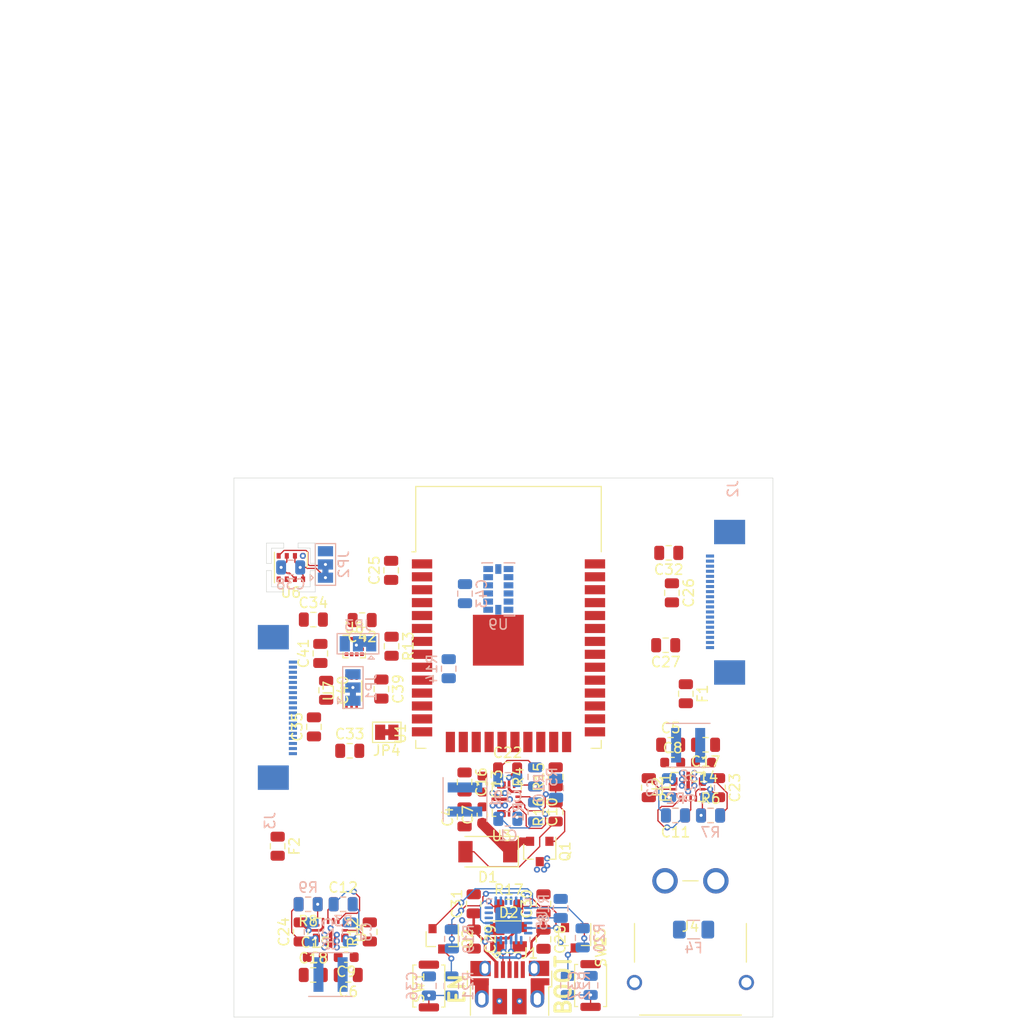
<source format=kicad_pcb>
(kicad_pcb (version 20171130) (host pcbnew 5.1.2)
  (layers (0 F.Cu signal) (31 B.Cu signal) (34 B.Paste user) (35 F.Paste user) (36 B.SilkS user) (37 F.SilkS user) (38 B.Mask user) (39 F.Mask user) (44 Edge.Cuts user))
  (net 0 "")
  (net 1 "Net-(U1-Pad32)")
  (net 2 "Net-(U1-Pad29)")
  (net 3 "Net-(U1-Pad26)")
  (net 4 "Net-(U1-Pad24)")
  (net 5 "Net-(U1-Pad23)")
  (net 6 "Net-(U1-Pad22)")
  (net 7 "Net-(U1-Pad21)")
  (net 8 "Net-(U1-Pad20)")
  (net 9 "Net-(U1-Pad19)")
  (net 10 "Net-(U1-Pad18)")
  (net 11 "Net-(U1-Pad17)")
  (net 12 GND)
  (net 13 +3V3)
  (net 14 "Net-(C11-Pad1)")
  (net 15 "Net-(R2-Pad1)")
  (net 16 "Net-(R6-Pad1)")
  (net 17 "Net-(C14-Pad1)")
  (net 18 "Net-(L2-Pad1)")
  (net 19 "Net-(C10-Pad1)")
  (net 20 "Net-(R1-Pad1)")
  (net 21 "Net-(R4-Pad1)")
  (net 22 "Net-(L1-Pad1)")
  (net 23 "Net-(C12-Pad1)")
  (net 24 "Net-(R3-Pad1)")
  (net 25 "Net-(R8-Pad1)")
  (net 26 "Net-(C15-Pad1)")
  (net 27 "Net-(L3-Pad1)")
  (net 28 "Net-(U5-Pad24)")
  (net 29 "Net-(U5-Pad22)")
  (net 30 "Net-(U5-Pad18)")
  (net 31 "Net-(U5-Pad17)")
  (net 32 "Net-(U5-Pad16)")
  (net 33 "Net-(U5-Pad15)")
  (net 34 "Net-(U5-Pad14)")
  (net 35 "Net-(U5-Pad13)")
  (net 36 "Net-(U5-Pad12)")
  (net 37 "Net-(U5-Pad11)")
  (net 38 "Net-(U5-Pad10)")
  (net 39 "Net-(U5-Pad1)")
  (net 40 VUSB)
  (net 41 /D+)
  (net 42 /D-)
  (net 43 VDC)
  (net 44 VBUS)
  (net 45 "Net-(Q1-Pad1)")
  (net 46 /TXD)
  (net 47 /RXD)
  (net 48 /IO0)
  (net 49 /SIN0)
  (net 50 /SOUT1)
  (net 51 /SCLK)
  (net 52 /LAT)
  (net 53 /GSCLK)
  (net 54 /EN)
  (net 55 /DTR)
  (net 56 "Net-(R18-Pad2)")
  (net 57 /RTS)
  (net 58 "Net-(R17-Pad1)")
  (net 59 "Net-(C28-Pad1)")
  (net 60 "Net-(C36-Pad2)")
  (net 61 "Net-(C37-Pad2)")
  (net 62 /SOUT0)
  (net 63 "Net-(L1-Pad2)")
  (net 64 "Net-(L2-Pad2)")
  (net 65 "Net-(L3-Pad2)")
  (net 66 "Net-(Q2-Pad1)")
  (net 67 "Net-(Q3-Pad1)")
  (net 68 VCC_EAR0)
  (net 69 VCC_EAR1)
  (net 70 /PG_3V3)
  (net 71 "Net-(C41-Pad1)")
  (net 72 "Net-(JP1-Pad2)")
  (net 73 "Net-(JP2-Pad2)")
  (net 74 "Net-(JP3-Pad2)")
  (net 75 "Net-(JP4-Pad1)")
  (net 76 /PG_VCC0)
  (net 77 /PG_VCC1)
  (net 78 /SCL)
  (net 79 /SDA)
  (net 80 /MOSI)
  (net 81 /~CS_ACCEL)
  (net 82 /MISO)
  (net 83 /SCK)
  (net 84 /INT2)
  (net 85 /INT1)
  (net 86 /INT)
  (net 87 /DRDY)
  (net 88 /VCC0_EN)
  (net 89 /VCC1_EN)
  (net 90 "Net-(F4-Pad2)")
  (module Fuse:Fuse_1206_3216Metric (layer B.Cu) (at 98.2 121.4)
    (fp_text reference F4 (at 0 1.82) (layer B.SilkS) (effects (justify mirror)))
    (fp_text value Fuse)
    (pad 2 smd roundrect (at 1.4 0) (size 1.25 1.75) (layers B.Cu B.Paste B.Mask) (roundrect_rratio 0.2) (net 90 "Net-(F4-Pad2)"))
    (pad 1 smd roundrect (at -1.4 0) (size 1.25 1.75) (layers B.Cu B.Paste B.Mask) (roundrect_rratio 0.2) (net 43 VDC))
  )
  (module mainboard:XT30PW (layer F.Cu) (at 97.89 121.605 180)
    (fp_text reference J4 (at 0 0.5) (layer F.SilkS))
    (fp_text value Conn_01x02_Male)
    (pad MP thru_hole circle (at 5.5 -5 180) (size 1.5 1.5) (drill 1) (layers *.Cu *.Mask))
    (pad MP thru_hole circle (at -5.5 -5 180) (size 1.5 1.5) (drill 1) (layers *.Cu *.Mask))
    (pad 2 thru_hole circle (at 2.5 5 180) (size 2.5 2.5) (drill 1.7) (layers *.Cu *.Mask) (net 12 GND))
    (pad 1 thru_hole circle (at -2.5 5 180) (size 2.5 2.5) (drill 1.7) (layers *.Cu *.Mask) (net 90 "Net-(F4-Pad2)"))
  )
  (module mainboard:SOD-128-2 (layer F.Cu) (at 77.969 113.743 180)
    (fp_text reference D1 (at 0 -2.5) (layer F.SilkS))
    (fp_text value PMEG3050EP,115)
    (pad 2 smd rect (at 2.2 0 180) (size 1.4 2.1) (layers F.Cu F.Paste F.Mask) (net 40 VUSB))
    (pad 1 smd rect (at -2.2 0 180) (size 1.4 2.1) (layers F.Cu F.Paste F.Mask) (net 44 VBUS))
  )
  (module Package_TO_SOT_SMD:SOT-23 (layer F.Cu) (at 83.074 113.719 270)
    (fp_text reference Q1 (at 0 -2.5 90) (layer F.SilkS))
    (fp_text value DMG2301L)
    (pad 3 smd rect (at 1 0 270) (size 0.9 0.8) (layers F.Cu F.Paste F.Mask) (net 43 VDC))
    (pad 2 smd rect (at -1 0.95 270) (size 0.9 0.8) (layers F.Cu F.Paste F.Mask) (net 44 VBUS))
    (pad 1 smd rect (at -1 -0.95 270) (size 0.9 0.8) (layers F.Cu F.Paste F.Mask) (net 45 "Net-(Q1-Pad1)"))
  )
  (module Resistor_SMD:R_0805_2012Metric (layer F.Cu) (at 66.36 121.63 90)
    (fp_text reference R12 (at 0 -1.65 90) (layer F.SilkS))
    (fp_text value "10 kR")
    (pad 2 smd roundrect (at 0.9375 0 90) (size 0.975 1.4) (layers F.Cu F.Paste F.Mask) (net 12 GND))
    (pad 1 smd roundrect (at -0.9375 0 90) (size 0.975 1.4) (layers F.Cu F.Paste F.Mask) (net 89 /VCC1_EN))
  )
  (module Resistor_SMD:R_0805_2012Metric (layer F.Cu) (at 93.795 107.448 270)
    (fp_text reference R11 (at 0 -1.65 90) (layer F.SilkS))
    (fp_text value "10 kR")
    (pad 2 smd roundrect (at 0.9375 0 270) (size 0.975 1.4) (layers F.Cu F.Paste F.Mask) (net 12 GND))
    (pad 1 smd roundrect (at -0.9375 0 270) (size 0.975 1.4) (layers F.Cu F.Paste F.Mask) (net 88 /VCC0_EN))
  )
  (module Package_TO_SOT_SMD:SOT-23 (layer F.Cu) (at 86.51 122.21 270)
    (fp_text reference Q3 (at 0 -2.5 90) (layer F.SilkS))
    (fp_text value MMBT3904)
    (pad 3 smd rect (at 1 0 270) (size 0.9 0.8) (layers F.Cu F.Paste F.Mask) (net 48 /IO0))
    (pad 2 smd rect (at -1 0.95 270) (size 0.9 0.8) (layers F.Cu F.Paste F.Mask) (net 55 /DTR))
    (pad 1 smd rect (at -1 -0.95 270) (size 0.9 0.8) (layers F.Cu F.Paste F.Mask) (net 67 "Net-(Q3-Pad1)"))
  )
  (module Package_TO_SOT_SMD:SOT-23 (layer F.Cu) (at 73.48 122.31 270)
    (fp_text reference Q2 (at 0 -2.5 90) (layer F.SilkS))
    (fp_text value MMBT3904)
    (pad 3 smd rect (at 1 0 270) (size 0.9 0.8) (layers F.Cu F.Paste F.Mask) (net 54 /EN))
    (pad 2 smd rect (at -1 0.95 270) (size 0.9 0.8) (layers F.Cu F.Paste F.Mask) (net 57 /RTS))
    (pad 1 smd rect (at -1 -0.95 270) (size 0.9 0.8) (layers F.Cu F.Paste F.Mask) (net 66 "Net-(Q2-Pad1)"))
  )
  (module Connector_USB:USB_Micro-B_Amphenol_10103594-0001LF_Horizontal (layer F.Cu) (at 80.13 127.1)
    (fp_text reference J1 (at 1.925 -3.365) (layer F.SilkS))
    (fp_text value USB_B_Micro)
    (pad 6 smd rect (at 0.935 1.385 90) (size 2.5 1.43) (layers F.Cu F.Paste F.Mask) (net 12 GND))
    (pad 6 smd rect (at -0.985 1.385 90) (size 2.5 1.43) (layers F.Cu F.Paste F.Mask) (net 12 GND))
    (pad 6 thru_hole oval (at 2.705 1.115 90) (size 1.7 1.35) (drill oval 1.2 0.7) (layers *.Cu *.Mask) (net 12 GND))
    (pad 6 thru_hole oval (at -2.755 1.115 90) (size 1.7 1.35) (drill oval 1.2 0.7) (layers *.Cu *.Mask) (net 12 GND))
    (pad 6 thru_hole oval (at 2.395 -1.885 90) (size 1.5 1.1) (drill oval 1.05 0.65) (layers *.Cu *.Mask) (net 12 GND))
    (pad 6 thru_hole oval (at -2.445 -1.885 90) (size 1.5 1.1) (drill oval 1.05 0.65) (layers *.Cu *.Mask) (net 12 GND))
    (pad 5 smd rect (at 1.275 -1.765 90) (size 1.65 0.4) (layers F.Cu F.Paste F.Mask) (net 12 GND))
    (pad 4 smd rect (at 0.625 -1.765 90) (size 1.65 0.4) (layers F.Cu F.Paste F.Mask) (net 12 GND))
    (pad 3 smd rect (at -0.025 -1.765 90) (size 1.65 0.4) (layers F.Cu F.Paste F.Mask) (net 41 /D+))
    (pad 2 smd rect (at -0.675 -1.765 90) (size 1.65 0.4) (layers F.Cu F.Paste F.Mask) (net 42 /D-))
    (pad 1 smd rect (at -1.325 -1.765 90) (size 1.65 0.4) (layers F.Cu F.Paste F.Mask) (net 40 VUSB))
    (pad 6 smd rect (at 2.875 -1.885) (size 2 1.5) (layers F.Cu F.Paste F.Mask) (net 12 GND))
    (pad 6 smd rect (at -2.875 -1.865) (size 2 1.5) (layers F.Cu F.Paste F.Mask) (net 12 GND))
    (pad 6 smd rect (at 2.975 -0.565) (size 1.825 0.7) (layers F.Cu F.Paste F.Mask) (net 12 GND))
    (pad 6 smd rect (at -2.975 -0.565) (size 1.825 0.7) (layers F.Cu F.Paste F.Mask) (net 12 GND))
    (pad 6 smd rect (at -2.755 0.185) (size 1.35 2) (layers F.Cu F.Paste F.Mask) (net 12 GND))
    (pad 6 smd rect (at 2.725 0.185) (size 1.35 2) (layers F.Cu F.Paste F.Mask) (net 12 GND))
  )
  (module Button_Switch_SMD:SW_Push_SPST_NO_Alps_SKRK (layer F.Cu) (at 88.07 126.9 90)
    (fp_text reference SW2 (at 3.3 1.03 90) (layer F.SilkS))
    (fp_text value SW_Push)
    (pad 1 smd roundrect (at -2.1 0 90) (size 0.8 2) (layers F.Cu F.Paste F.Mask) (net 61 "Net-(C37-Pad2)"))
    (pad 2 smd roundrect (at 2.1 0 90) (size 0.8 2) (layers F.Cu F.Paste F.Mask) (net 12 GND))
  )
  (module Button_Switch_SMD:SW_Push_SPST_NO_Alps_SKRK (layer F.Cu) (at 72.17 126.95 90)
    (fp_text reference SW1 (at -0.15 -0.97 90) (layer F.SilkS))
    (fp_text value SW_Push)
    (pad 1 smd roundrect (at -2.1 0 90) (size 0.8 2) (layers F.Cu F.Paste F.Mask) (net 60 "Net-(C36-Pad2)"))
    (pad 2 smd roundrect (at 2.1 0 90) (size 0.8 2) (layers F.Cu F.Paste F.Mask) (net 12 GND))
  )
  (module Package_LGA:LGA-14_3x5mm_P0.8mm_LayoutBorder1x6y (layer B.Cu) (at 79 87.95)
    (fp_text reference U9 (at 0 3.45 180) (layer B.SilkS) (effects (justify mirror)))
    (fp_text value ADXL343)
    (pad 14 smd rect (at 0 2) (size 0.6 0.95) (layers B.Cu B.Paste B.Mask) (net 83 /SCK))
    (pad 13 smd rect (at 1 2) (size 0.95 0.6) (layers B.Cu B.Paste B.Mask) (net 80 /MOSI))
    (pad 12 smd rect (at 1 1.2) (size 0.95 0.6) (layers B.Cu B.Paste B.Mask) (net 82 /MISO))
    (pad 11 smd rect (at 1 0.4) (size 0.95 0.6) (layers B.Cu B.Paste B.Mask))
    (pad 10 smd rect (at 1 -0.4) (size 0.95 0.6) (layers B.Cu B.Paste B.Mask))
    (pad 9 smd rect (at 1 -1.2) (size 0.95 0.6) (layers B.Cu B.Paste B.Mask) (net 84 /INT2))
    (pad 8 smd rect (at 1 -2) (size 0.95 0.6) (layers B.Cu B.Paste B.Mask) (net 85 /INT1))
    (pad 7 smd rect (at 0 -2) (size 0.6 0.95) (layers B.Cu B.Paste B.Mask) (net 81 /~CS_ACCEL))
    (pad 6 smd rect (at -1 -2) (size 0.95 0.6) (layers B.Cu B.Paste B.Mask) (net 13 +3V3))
    (pad 5 smd rect (at -1 -1.2) (size 0.95 0.6) (layers B.Cu B.Paste B.Mask) (net 12 GND))
    (pad 4 smd rect (at -1 -0.4) (size 0.95 0.6) (layers B.Cu B.Paste B.Mask) (net 12 GND))
    (pad 3 smd rect (at -1 0.4) (size 0.95 0.6) (layers B.Cu B.Paste B.Mask))
    (pad 2 smd rect (at -1 1.2) (size 0.95 0.6) (layers B.Cu B.Paste B.Mask) (net 12 GND))
    (pad 1 smd rect (at -1 2) (size 0.95 0.6) (layers B.Cu B.Paste B.Mask) (net 13 +3V3))
  )
  (module Package_LGA:LGA-12_2x2mm_P0.5mm (layer F.Cu) (at 64.83 93.58)
    (fp_text reference U8 (at 0 -1.85) (layer F.SilkS))
    (fp_text value LIS3MDL)
    (pad 12 smd rect (at -0.25 -0.7625 90) (size 0.375 0.35) (layers F.Cu F.Paste F.Mask) (net 12 GND))
    (pad 11 smd rect (at 0.25 -0.7625 90) (size 0.375 0.35) (layers F.Cu F.Paste F.Mask) (net 79 /SDA))
    (pad 6 smd rect (at 0.25 0.7625 90) (size 0.375 0.35) (layers F.Cu F.Paste F.Mask) (net 13 +3V3))
    (pad 5 smd rect (at -0.25 0.7625 90) (size 0.375 0.35) (layers F.Cu F.Paste F.Mask) (net 13 +3V3))
    (pad 10 smd rect (at 0.7625 -0.75) (size 0.375 0.35) (layers F.Cu F.Paste F.Mask) (net 13 +3V3))
    (pad 1 smd rect (at -0.7625 -0.75) (size 0.375 0.35) (layers F.Cu F.Paste F.Mask) (net 78 /SCL))
    (pad 7 smd rect (at 0.7625 0.75) (size 0.375 0.35) (layers F.Cu F.Paste F.Mask) (net 86 /INT))
    (pad 4 smd rect (at -0.7625 0.75) (size 0.375 0.35) (layers F.Cu F.Paste F.Mask) (net 71 "Net-(C41-Pad1)"))
    (pad 8 smd rect (at 0.7625 0.25) (size 0.375 0.35) (layers F.Cu F.Paste F.Mask) (net 87 /DRDY))
    (pad 9 smd rect (at 0.7625 -0.25) (size 0.375 0.35) (layers F.Cu F.Paste F.Mask) (net 74 "Net-(JP3-Pad2)"))
    (pad 3 smd rect (at -0.7625 0.25) (size 0.375 0.35) (layers F.Cu F.Paste F.Mask) (net 12 GND))
    (pad 2 smd rect (at -0.7625 -0.25) (size 0.375 0.35) (layers F.Cu F.Paste F.Mask) (net 12 GND))
  )
  (module mainboard:WSOF6I (layer F.Cu) (at 64.57 97.94 90)
    (fp_text reference U7 (at 0 -2.25 90) (layer F.SilkS))
    (fp_text value BH1750FVI)
    (pad 5 smd rect (at 1.375 0 90) (size 0.55 0.25) (layers F.Cu F.Paste F.Mask) (net 70 /PG_3V3))
    (pad 4 smd rect (at 1.375 0.5 90) (size 0.55 0.25) (layers F.Cu F.Paste F.Mask) (net 79 /SDA))
    (pad 6 smd rect (at 1.375 -0.5 90) (size 0.55 0.25) (layers F.Cu F.Paste F.Mask) (net 78 /SCL))
    (pad 3 smd rect (at -1.375 0.5 90) (size 0.55 0.25) (layers F.Cu F.Paste F.Mask) (net 12 GND))
    (pad 2 smd rect (at -1.375 0 90) (size 0.55 0.25) (layers F.Cu F.Paste F.Mask) (net 72 "Net-(JP1-Pad2)"))
    (pad 1 smd rect (at -1.375 -0.5 90) (size 0.55 0.25) (layers F.Cu F.Paste F.Mask) (net 13 +3V3))
  )
  (module Package_LGA:Bosch_LGA-8_3x3mm_P0.8mm_ClockwisePinNumbering (layer F.Cu) (at 58.6 85.8 180)
    (fp_text reference U6 (at 0 -2.45) (layer F.SilkS))
    (fp_text value BME680)
    (pad 8 smd rect (at -1.2 1.15 180) (size 0.4 0.55) (layers F.Cu F.Paste F.Mask) (net 13 +3V3))
    (pad 7 smd rect (at -0.4 1.15 180) (size 0.4 0.55) (layers F.Cu F.Paste F.Mask) (net 12 GND))
    (pad 6 smd rect (at 0.4 1.15 180) (size 0.4 0.55) (layers F.Cu F.Paste F.Mask) (net 13 +3V3))
    (pad 5 smd rect (at 1.2 1.15 180) (size 0.4 0.55) (layers F.Cu F.Paste F.Mask) (net 73 "Net-(JP2-Pad2)"))
    (pad 4 smd rect (at 1.2 -1.15 180) (size 0.4 0.55) (layers F.Cu F.Paste F.Mask) (net 78 /SCL))
    (pad 3 smd rect (at 0.4 -1.15 180) (size 0.4 0.55) (layers F.Cu F.Paste F.Mask) (net 79 /SDA))
    (pad 2 smd rect (at -0.4 -1.15 180) (size 0.4 0.55) (layers F.Cu F.Paste F.Mask) (net 13 +3V3))
    (pad 1 smd rect (at -1.2 -1.15 180) (size 0.4 0.55) (layers F.Cu F.Paste F.Mask) (net 12 GND))
  )
  (module Resistor_SMD:R_0805_2012Metric (layer B.Cu) (at 74.12 95.75 270)
    (fp_text reference R14 (at 0 1.65 270) (layer B.SilkS) (effects (justify mirror)))
    (fp_text value "2.2 kR")
    (pad 2 smd roundrect (at 0.9375 0 270) (size 0.975 1.4) (layers B.Cu B.Paste B.Mask) (net 79 /SDA))
    (pad 1 smd roundrect (at -0.9375 0 270) (size 0.975 1.4) (layers B.Cu B.Paste B.Mask) (net 13 +3V3))
  )
  (module Resistor_SMD:R_0805_2012Metric (layer F.Cu) (at 68.5 93.54 270)
    (fp_text reference R13 (at 0 -1.65 90) (layer F.SilkS))
    (fp_text value "2.2 kR")
    (pad 2 smd roundrect (at 0.9375 0 270) (size 0.975 1.4) (layers F.Cu F.Paste F.Mask) (net 78 /SCL))
    (pad 1 smd roundrect (at -0.9375 0 270) (size 0.975 1.4) (layers F.Cu F.Paste F.Mask) (net 13 +3V3))
  )
  (module Jumper:SolderJumper-2_P1.3mm_Bridged_Pad1.0x1.5mm (layer F.Cu) (at 68.03 102 180)
    (fp_text reference JP4 (at 0 -1.8) (layer F.SilkS))
    (fp_text value Jumper)
    (fp_poly (pts (xy -0.25 -0.3) (xy 0.25 -0.3) (xy 0.25 0.3) (xy -0.25 0.3)) (layer F.Cu) (width 0))
    (pad 2 smd rect (at 0.65 0 180) (size 1 1.5) (layers F.Cu F.Mask) (net 50 /SOUT1))
    (pad 1 smd rect (at -0.65 0 180) (size 1 1.5) (layers F.Cu F.Mask) (net 75 "Net-(JP4-Pad1)"))
  )
  (module Jumper:SolderJumper-3_P1.3mm_Bridged12_Pad1.0x1.5mm (layer B.Cu) (at 65.2 93.3 180)
    (fp_text reference JP3 (at 0 1.8) (layer B.SilkS) (effects (justify mirror)))
    (fp_text value Jumper_3_Bridged12)
    (fp_poly (pts (xy -0.9 0.3) (xy -0.4 0.3) (xy -0.4 -0.3) (xy -0.9 -0.3)) (layer B.Cu) (width 0))
    (pad 2 smd rect (at 0 0 180) (size 1 1.5) (layers B.Cu B.Mask) (net 74 "Net-(JP3-Pad2)"))
    (pad 3 smd rect (at 1.3 0 180) (size 1 1.5) (layers B.Cu B.Mask) (net 13 +3V3))
    (pad 1 smd rect (at -1.3 0 180) (size 1 1.5) (layers B.Cu B.Mask) (net 12 GND))
  )
  (module Jumper:SolderJumper-3_P1.3mm_Bridged12_Pad1.0x1.5mm (layer B.Cu) (at 62 85.5 90)
    (fp_text reference JP2 (at 0 1.8 90) (layer B.SilkS) (effects (justify mirror)))
    (fp_text value Jumper_3_Bridged12)
    (fp_poly (pts (xy -0.9 0.3) (xy -0.4 0.3) (xy -0.4 -0.3) (xy -0.9 -0.3)) (layer B.Cu) (width 0))
    (pad 2 smd rect (at 0 0 90) (size 1 1.5) (layers B.Cu B.Mask) (net 73 "Net-(JP2-Pad2)"))
    (pad 3 smd rect (at 1.3 0 90) (size 1 1.5) (layers B.Cu B.Mask) (net 13 +3V3))
    (pad 1 smd rect (at -1.3 0 90) (size 1 1.5) (layers B.Cu B.Mask) (net 12 GND))
  )
  (module Jumper:SolderJumper-3_P1.3mm_Bridged12_Pad1.0x1.5mm (layer B.Cu) (at 64.7 97.6 90)
    (fp_text reference JP1 (at 0 1.8 270) (layer B.SilkS) (effects (justify mirror)))
    (fp_text value Jumper_3_Bridged12)
    (fp_poly (pts (xy -0.9 0.3) (xy -0.4 0.3) (xy -0.4 -0.3) (xy -0.9 -0.3)) (layer B.Cu) (width 0))
    (pad 2 smd rect (at 0 0 90) (size 1 1.5) (layers B.Cu B.Mask) (net 72 "Net-(JP1-Pad2)"))
    (pad 3 smd rect (at 1.3 0 90) (size 1 1.5) (layers B.Cu B.Mask) (net 13 +3V3))
    (pad 1 smd rect (at -1.3 0 90) (size 1 1.5) (layers B.Cu B.Mask) (net 12 GND))
  )
  (module Fuse:Fuse_0805_2012Metric (layer F.Cu) (at 57.3 113.2 270)
    (fp_text reference F2 (at 0 -1.65 90) (layer F.SilkS))
    (fp_text value Fuse)
    (pad 2 smd roundrect (at 0.9375 0 270) (size 0.975 1.4) (layers F.Cu F.Paste F.Mask) (net 26 "Net-(C15-Pad1)"))
    (pad 1 smd roundrect (at -0.9375 0 270) (size 0.975 1.4) (layers F.Cu F.Paste F.Mask) (net 69 VCC_EAR1))
  )
  (module Fuse:Fuse_0805_2012Metric (layer F.Cu) (at 97.436 98.211 270)
    (fp_text reference F1 (at 0 -1.65 90) (layer F.SilkS))
    (fp_text value Fuse)
    (pad 2 smd roundrect (at 0.9375 0 270) (size 0.975 1.4) (layers F.Cu F.Paste F.Mask) (net 17 "Net-(C14-Pad1)"))
    (pad 1 smd roundrect (at -0.9375 0 270) (size 0.975 1.4) (layers F.Cu F.Paste F.Mask) (net 68 VCC_EAR0))
  )
  (module Capacitor_SMD:C_0805_2012Metric (layer B.Cu) (at 75.72 88.37 90)
    (fp_text reference C43 (at 0 1.65 90) (layer B.SilkS) (effects (justify mirror)))
    (fp_text value "100 nC")
    (pad 2 smd roundrect (at 0.9375 0 90) (size 0.975 1.4) (layers B.Cu B.Paste B.Mask) (net 12 GND))
    (pad 1 smd roundrect (at -0.9375 0 90) (size 0.975 1.4) (layers B.Cu B.Paste B.Mask) (net 13 +3V3))
  )
  (module Capacitor_SMD:C_0805_2012Metric (layer F.Cu) (at 65.61 90.97 180)
    (fp_text reference C42 (at 0 -1.65) (layer F.SilkS))
    (fp_text value "100 nC")
    (pad 2 smd roundrect (at 0.9375 0 180) (size 0.975 1.4) (layers F.Cu F.Paste F.Mask) (net 12 GND))
    (pad 1 smd roundrect (at -0.9375 0 180) (size 0.975 1.4) (layers F.Cu F.Paste F.Mask) (net 13 +3V3))
  )
  (module Capacitor_SMD:C_0805_2012Metric (layer F.Cu) (at 61.5 94.25 90)
    (fp_text reference C41 (at 0 -1.65 90) (layer F.SilkS))
    (fp_text value "100 nC")
    (pad 2 smd roundrect (at 0.9375 0 90) (size 0.975 1.4) (layers F.Cu F.Paste F.Mask) (net 12 GND))
    (pad 1 smd roundrect (at -0.9375 0 90) (size 0.975 1.4) (layers F.Cu F.Paste F.Mask) (net 71 "Net-(C41-Pad1)"))
  )
  (module Capacitor_SMD:C_0805_2012Metric (layer F.Cu) (at 62.07 97.87 270)
    (fp_text reference C40 (at 0 -1.65 90) (layer F.SilkS))
    (fp_text value "100 nC")
    (pad 2 smd roundrect (at 0.9375 0 270) (size 0.975 1.4) (layers F.Cu F.Paste F.Mask) (net 12 GND))
    (pad 1 smd roundrect (at -0.9375 0 270) (size 0.975 1.4) (layers F.Cu F.Paste F.Mask) (net 13 +3V3))
  )
  (module Capacitor_SMD:C_0805_2012Metric (layer F.Cu) (at 67.5 97.75 270)
    (fp_text reference C39 (at 0 -1.65 90) (layer F.SilkS))
    (fp_text value "1 uC")
    (pad 2 smd roundrect (at 0.9375 0 270) (size 0.975 1.4) (layers F.Cu F.Paste F.Mask) (net 12 GND))
    (pad 1 smd roundrect (at -0.9375 0 270) (size 0.975 1.4) (layers F.Cu F.Paste F.Mask) (net 70 /PG_3V3))
  )
  (module Capacitor_SMD:C_0805_2012Metric (layer B.Cu) (at 58.58 85.79)
    (fp_text reference C38 (at 0 1.65) (layer B.SilkS) (effects (justify mirror)))
    (fp_text value "100 nC")
    (pad 2 smd roundrect (at 0.9375 0) (size 0.975 1.4) (layers B.Cu B.Paste B.Mask) (net 12 GND))
    (pad 1 smd roundrect (at -0.9375 0) (size 0.975 1.4) (layers B.Cu B.Paste B.Mask) (net 13 +3V3))
  )
  (module Resistor_SMD:R_0805_2012Metric (layer B.Cu) (at 85.84 126.89 90)
    (fp_text reference R22 (at 0 1.65 90) (layer B.SilkS) (effects (justify mirror)))
    (fp_text value "470 R")
    (pad 2 smd roundrect (at 0.9375 0 90) (size 0.975 1.4) (layers B.Cu B.Paste B.Mask) (net 48 /IO0))
    (pad 1 smd roundrect (at -0.9375 0 90) (size 0.975 1.4) (layers B.Cu B.Paste B.Mask) (net 61 "Net-(C37-Pad2)"))
  )
  (module Resistor_SMD:R_0805_2012Metric (layer B.Cu) (at 74.38 126.94 90)
    (fp_text reference R21 (at 0 1.65 270) (layer B.SilkS) (effects (justify mirror)))
    (fp_text value "470 R")
    (pad 2 smd roundrect (at 0.9375 0 90) (size 0.975 1.4) (layers B.Cu B.Paste B.Mask) (net 54 /EN))
    (pad 1 smd roundrect (at -0.9375 0 90) (size 0.975 1.4) (layers B.Cu B.Paste B.Mask) (net 60 "Net-(C36-Pad2)"))
  )
  (module Resistor_SMD:R_0805_2012Metric (layer B.Cu) (at 87.29 122.218 90)
    (fp_text reference R20 (at 0 1.65 90) (layer B.SilkS) (effects (justify mirror)))
    (fp_text value "12 kR")
    (pad 2 smd roundrect (at 0.9375 0 90) (size 0.975 1.4) (layers B.Cu B.Paste B.Mask) (net 57 /RTS))
    (pad 1 smd roundrect (at -0.9375 0 90) (size 0.975 1.4) (layers B.Cu B.Paste B.Mask) (net 67 "Net-(Q3-Pad1)"))
  )
  (module Resistor_SMD:R_0805_2012Metric (layer B.Cu) (at 74.43 122.32 90)
    (fp_text reference R19 (at 0 1.65 90) (layer B.SilkS) (effects (justify mirror)))
    (fp_text value "12 kR")
    (pad 2 smd roundrect (at 0.9375 0 90) (size 0.975 1.4) (layers B.Cu B.Paste B.Mask) (net 55 /DTR))
    (pad 1 smd roundrect (at -0.9375 0 90) (size 0.975 1.4) (layers B.Cu B.Paste B.Mask) (net 66 "Net-(Q2-Pad1)"))
  )
  (module Resistor_SMD:R_0805_2012Metric (layer B.Cu) (at 85.13 119.32 270)
    (fp_text reference R18 (at 0 1.65 90) (layer B.SilkS) (effects (justify mirror)))
    (fp_text value "470 R")
    (pad 2 smd roundrect (at 0.9375 0 270) (size 0.975 1.4) (layers B.Cu B.Paste B.Mask) (net 56 "Net-(R18-Pad2)"))
    (pad 1 smd roundrect (at -0.9375 0 270) (size 0.975 1.4) (layers B.Cu B.Paste B.Mask) (net 46 /TXD))
  )
  (module Resistor_SMD:R_0805_2012Metric (layer F.Cu) (at 80.03 119.13)
    (fp_text reference R17 (at 0 -1.65) (layer F.SilkS))
    (fp_text value "4.7 kR")
    (pad 2 smd roundrect (at 0.9375 0) (size 0.975 1.4) (layers F.Cu F.Paste F.Mask) (net 59 "Net-(C28-Pad1)"))
    (pad 1 smd roundrect (at -0.9375 0) (size 0.975 1.4) (layers F.Cu F.Paste F.Mask) (net 58 "Net-(R17-Pad1)"))
  )
  (module Resistor_SMD:R_0805_2012Metric (layer F.Cu) (at 84.632 109.835 90)
    (fp_text reference R16 (at 0 -1.65 90) (layer F.SilkS))
    (fp_text value "1 kR")
    (pad 2 smd roundrect (at 0.9375 0 90) (size 0.975 1.4) (layers F.Cu F.Paste F.Mask) (net 45 "Net-(Q1-Pad1)"))
    (pad 1 smd roundrect (at -0.9375 0 90) (size 0.975 1.4) (layers F.Cu F.Paste F.Mask) (net 40 VUSB))
  )
  (module Resistor_SMD:R_0805_2012Metric (layer F.Cu) (at 84.639 106.384 90)
    (fp_text reference R15 (at 0 -1.65 270) (layer F.SilkS))
    (fp_text value "100 kR")
    (pad 2 smd roundrect (at 0.9375 0 90) (size 0.975 1.4) (layers F.Cu F.Paste F.Mask) (net 12 GND))
    (pad 1 smd roundrect (at -0.9375 0 90) (size 0.975 1.4) (layers F.Cu F.Paste F.Mask) (net 45 "Net-(Q1-Pad1)"))
  )
  (module Resistor_SMD:R_0805_2012Metric (layer B.Cu) (at 84.68 107.49 270)
    (fp_text reference R10 (at 0 1.65 90) (layer B.SilkS) (effects (justify mirror)))
    (fp_text value "10 kR")
    (pad 2 smd roundrect (at 0.9375 0 270) (size 0.975 1.4) (layers B.Cu B.Paste B.Mask) (net 70 /PG_3V3))
    (pad 1 smd roundrect (at -0.9375 0 270) (size 0.975 1.4) (layers B.Cu B.Paste B.Mask) (net 13 +3V3))
  )
  (module Resistor_SMD:R_0805_2012Metric (layer B.Cu) (at 60.3 118.91 180)
    (fp_text reference R9 (at 0 1.65) (layer B.SilkS) (effects (justify mirror)))
    (fp_text value "120 kR")
    (pad 2 smd roundrect (at 0.9375 0 180) (size 0.975 1.4) (layers B.Cu B.Paste B.Mask) (net 12 GND))
    (pad 1 smd roundrect (at -0.9375 0 180) (size 0.975 1.4) (layers B.Cu B.Paste B.Mask) (net 25 "Net-(R8-Pad1)"))
  )
  (module Resistor_SMD:R_0805_2012Metric (layer F.Cu) (at 60.3 118.91 180)
    (fp_text reference R8 (at 0 -1.65) (layer F.SilkS))
    (fp_text value "470 kR")
    (pad 2 smd roundrect (at 0.9375 0 180) (size 0.975 1.4) (layers F.Cu F.Paste F.Mask) (net 26 "Net-(C15-Pad1)"))
    (pad 1 smd roundrect (at -0.9375 0 180) (size 0.975 1.4) (layers F.Cu F.Paste F.Mask) (net 25 "Net-(R8-Pad1)"))
  )
  (module Resistor_SMD:R_0805_2012Metric (layer B.Cu) (at 99.865 110.188)
    (fp_text reference R7 (at 0 1.65) (layer B.SilkS) (effects (justify mirror)))
    (fp_text value "120 kR")
    (pad 2 smd roundrect (at 0.9375 0) (size 0.975 1.4) (layers B.Cu B.Paste B.Mask) (net 12 GND))
    (pad 1 smd roundrect (at -0.9375 0) (size 0.975 1.4) (layers B.Cu B.Paste B.Mask) (net 16 "Net-(R6-Pad1)"))
  )
  (module Resistor_SMD:R_0805_2012Metric (layer F.Cu) (at 99.875 110.168)
    (fp_text reference R6 (at 0 -1.65) (layer F.SilkS))
    (fp_text value "470 kR")
    (pad 2 smd roundrect (at 0.9375 0) (size 0.975 1.4) (layers F.Cu F.Paste F.Mask) (net 17 "Net-(C14-Pad1)"))
    (pad 1 smd roundrect (at -0.9375 0) (size 0.975 1.4) (layers F.Cu F.Paste F.Mask) (net 16 "Net-(R6-Pad1)"))
  )
  (module Resistor_SMD:R_0805_2012Metric (layer B.Cu) (at 82.63 106.39 90)
    (fp_text reference R5 (at 0 1.65 -90) (layer B.SilkS) (effects (justify mirror)))
    (fp_text value "150 kR")
    (pad 2 smd roundrect (at 0.9375 0 90) (size 0.975 1.4) (layers B.Cu B.Paste B.Mask) (net 12 GND))
    (pad 1 smd roundrect (at -0.9375 0 90) (size 0.975 1.4) (layers B.Cu B.Paste B.Mask) (net 21 "Net-(R4-Pad1)"))
  )
  (module Resistor_SMD:R_0805_2012Metric (layer F.Cu) (at 82.63 106.39 90)
    (fp_text reference R4 (at 0 -1.65 90) (layer F.SilkS))
    (fp_text value "470 kR")
    (pad 2 smd roundrect (at 0.9375 0 90) (size 0.975 1.4) (layers F.Cu F.Paste F.Mask) (net 13 +3V3))
    (pad 1 smd roundrect (at -0.9375 0 90) (size 0.975 1.4) (layers F.Cu F.Paste F.Mask) (net 21 "Net-(R4-Pad1)"))
  )
  (module Resistor_SMD:R_0805_2012Metric (layer B.Cu) (at 63.74 118.91)
    (fp_text reference R3 (at 0 1.65) (layer B.SilkS) (effects (justify mirror)))
    (fp_text value "10 kR")
    (pad 2 smd roundrect (at 0.9375 0) (size 0.975 1.4) (layers B.Cu B.Paste B.Mask) (net 43 VDC))
    (pad 1 smd roundrect (at -0.9375 0) (size 0.975 1.4) (layers B.Cu B.Paste B.Mask) (net 24 "Net-(R3-Pad1)"))
  )
  (module Resistor_SMD:R_0805_2012Metric (layer B.Cu) (at 96.415 110.178 180)
    (fp_text reference R2 (at 0 1.65) (layer B.SilkS) (effects (justify mirror)))
    (fp_text value "10 kR")
    (pad 2 smd roundrect (at 0.9375 0 180) (size 0.975 1.4) (layers B.Cu B.Paste B.Mask) (net 43 VDC))
    (pad 1 smd roundrect (at -0.9375 0 180) (size 0.975 1.4) (layers B.Cu B.Paste B.Mask) (net 15 "Net-(R2-Pad1)"))
  )
  (module Resistor_SMD:R_0805_2012Metric (layer B.Cu) (at 82.63 109.83 270)
    (fp_text reference R1 (at 0 1.65 90) (layer B.SilkS) (effects (justify mirror)))
    (fp_text value "10 kR")
    (pad 2 smd roundrect (at 0.9375 0 270) (size 0.975 1.4) (layers B.Cu B.Paste B.Mask) (net 44 VBUS))
    (pad 1 smd roundrect (at -0.9375 0 270) (size 0.975 1.4) (layers B.Cu B.Paste B.Mask) (net 20 "Net-(R1-Pad1)"))
  )
  (module Inductor_SMD:L_Coilcraft_XxL4020 (layer B.Cu) (at 62.5 125.82 180)
    (fp_text reference L3 (at 0 3) (layer B.SilkS) (effects (justify mirror)))
    (fp_text value L)
    (pad 2 smd rect (at 1.185 0 180) (size 0.98 3.4) (layers B.Cu B.Paste B.Mask) (net 65 "Net-(L3-Pad2)"))
    (pad 1 smd rect (at -1.185 0 180) (size 0.98 3.4) (layers B.Cu B.Paste B.Mask) (net 27 "Net-(L3-Pad1)"))
  )
  (module Inductor_SMD:L_Coilcraft_XxL4020 (layer B.Cu) (at 97.665 103.278)
    (fp_text reference L2 (at 0 3) (layer B.SilkS) (effects (justify mirror)))
    (fp_text value L)
    (pad 2 smd rect (at 1.185 0) (size 0.98 3.4) (layers B.Cu B.Paste B.Mask) (net 64 "Net-(L2-Pad2)"))
    (pad 1 smd rect (at -1.185 0) (size 0.98 3.4) (layers B.Cu B.Paste B.Mask) (net 18 "Net-(L2-Pad1)"))
  )
  (module Inductor_SMD:L_Coilcraft_XxL4020 (layer B.Cu) (at 75.72 108.61 90)
    (fp_text reference L1 (at 0 3 90) (layer B.SilkS) (effects (justify mirror)))
    (fp_text value L)
    (pad 2 smd rect (at 1.185 0 90) (size 0.98 3.4) (layers B.Cu B.Paste B.Mask) (net 63 "Net-(L1-Pad2)"))
    (pad 1 smd rect (at -1.185 0 90) (size 0.98 3.4) (layers B.Cu B.Paste B.Mask) (net 22 "Net-(L1-Pad1)"))
  )
  (module mainboard:Molex_Easy-On_52746-1971_1x19_P0.5mm_Horizontal (layer B.Cu) (at 58.8 99.6 90)
    (fp_text reference J3 (at -11.1 -2.25 270) (layer B.SilkS) (effects (justify mirror)))
    (fp_text value Conn_01x19_MountingPin)
    (pad 19 smd rect (at 4.5 0 90) (size 0.3 0.8) (layers B.Cu B.Paste B.Mask) (net 69 VCC_EAR1))
    (pad 18 smd rect (at 4 0 90) (size 0.3 0.8) (layers B.Cu B.Paste B.Mask) (net 69 VCC_EAR1))
    (pad 17 smd rect (at 3.5 0 90) (size 0.3 0.8) (layers B.Cu B.Paste B.Mask) (net 12 GND))
    (pad 16 smd rect (at 3 0 90) (size 0.3 0.8) (layers B.Cu B.Paste B.Mask) (net 12 GND))
    (pad 15 smd rect (at 2.5 0 90) (size 0.3 0.8) (layers B.Cu B.Paste B.Mask) (net 50 /SOUT1))
    (pad 14 smd rect (at 2 0 90) (size 0.3 0.8) (layers B.Cu B.Paste B.Mask) (net 12 GND))
    (pad 13 smd rect (at 1.5 0 90) (size 0.3 0.8) (layers B.Cu B.Paste B.Mask) (net 52 /LAT))
    (pad 12 smd rect (at 1 0 90) (size 0.3 0.8) (layers B.Cu B.Paste B.Mask) (net 12 GND))
    (pad 11 smd rect (at 0.5 0 90) (size 0.3 0.8) (layers B.Cu B.Paste B.Mask) (net 51 /SCLK))
    (pad 10 smd rect (at 0 0 90) (size 0.3 0.8) (layers B.Cu B.Paste B.Mask) (net 12 GND))
    (pad 9 smd rect (at -0.5 0 90) (size 0.3 0.8) (layers B.Cu B.Paste B.Mask) (net 62 /SOUT0))
    (pad 8 smd rect (at -1 0 90) (size 0.3 0.8) (layers B.Cu B.Paste B.Mask) (net 12 GND))
    (pad 7 smd rect (at -1.5 0 90) (size 0.3 0.8) (layers B.Cu B.Paste B.Mask) (net 53 /GSCLK))
    (pad 6 smd rect (at -2 0 90) (size 0.3 0.8) (layers B.Cu B.Paste B.Mask) (net 12 GND))
    (pad 5 smd rect (at -2.5 0 90) (size 0.3 0.8) (layers B.Cu B.Paste B.Mask) (net 12 GND))
    (pad 4 smd rect (at -3 0 90) (size 0.3 0.8) (layers B.Cu B.Paste B.Mask) (net 13 +3V3))
    (pad 3 smd rect (at -3.5 0 90) (size 0.3 0.8) (layers B.Cu B.Paste B.Mask) (net 12 GND))
    (pad 2 smd rect (at -4 0 90) (size 0.3 0.8) (layers B.Cu B.Paste B.Mask) (net 69 VCC_EAR1))
    (pad MP smd rect (at 5.75 -0.4 90) (size 2.4 3.05) (drill (offset 1.2 -1.525)) (layers B.Cu B.Paste B.Mask) (net 12 GND))
    (pad MP smd rect (at -8.06 -0.4 90) (size 2.4 3.05) (drill (offset 1.2 -1.525)) (layers B.Cu B.Paste B.Mask) (net 12 GND))
    (pad 1 smd rect (at -4.5 0 90) (size 0.3 0.8) (layers B.Cu B.Paste B.Mask) (net 69 VCC_EAR1))
  )
  (module mainboard:Molex_Easy-On_52746-1971_1x19_P0.5mm_Horizontal (layer B.Cu) (at 99.816 89.171 270)
    (fp_text reference J2 (at -11.1 -2.25 270) (layer B.SilkS) (effects (justify mirror)))
    (fp_text value Conn_01x19_MountingPin)
    (pad 19 smd rect (at 4.5 0 270) (size 0.3 0.8) (layers B.Cu B.Paste B.Mask) (net 68 VCC_EAR0))
    (pad 18 smd rect (at 4 0 270) (size 0.3 0.8) (layers B.Cu B.Paste B.Mask) (net 68 VCC_EAR0))
    (pad 17 smd rect (at 3.5 0 270) (size 0.3 0.8) (layers B.Cu B.Paste B.Mask) (net 12 GND))
    (pad 16 smd rect (at 3 0 270) (size 0.3 0.8) (layers B.Cu B.Paste B.Mask) (net 12 GND))
    (pad 15 smd rect (at 2.5 0 270) (size 0.3 0.8) (layers B.Cu B.Paste B.Mask) (net 62 /SOUT0))
    (pad 14 smd rect (at 2 0 270) (size 0.3 0.8) (layers B.Cu B.Paste B.Mask) (net 12 GND))
    (pad 13 smd rect (at 1.5 0 270) (size 0.3 0.8) (layers B.Cu B.Paste B.Mask) (net 52 /LAT))
    (pad 12 smd rect (at 1 0 270) (size 0.3 0.8) (layers B.Cu B.Paste B.Mask) (net 12 GND))
    (pad 11 smd rect (at 0.5 0 270) (size 0.3 0.8) (layers B.Cu B.Paste B.Mask) (net 51 /SCLK))
    (pad 10 smd rect (at 0 0 270) (size 0.3 0.8) (layers B.Cu B.Paste B.Mask) (net 12 GND))
    (pad 9 smd rect (at -0.5 0 270) (size 0.3 0.8) (layers B.Cu B.Paste B.Mask) (net 49 /SIN0))
    (pad 8 smd rect (at -1 0 270) (size 0.3 0.8) (layers B.Cu B.Paste B.Mask) (net 12 GND))
    (pad 7 smd rect (at -1.5 0 270) (size 0.3 0.8) (layers B.Cu B.Paste B.Mask) (net 53 /GSCLK))
    (pad 6 smd rect (at -2 0 270) (size 0.3 0.8) (layers B.Cu B.Paste B.Mask) (net 12 GND))
    (pad 5 smd rect (at -2.5 0 270) (size 0.3 0.8) (layers B.Cu B.Paste B.Mask) (net 12 GND))
    (pad 4 smd rect (at -3 0 270) (size 0.3 0.8) (layers B.Cu B.Paste B.Mask) (net 13 +3V3))
    (pad 3 smd rect (at -3.5 0 270) (size 0.3 0.8) (layers B.Cu B.Paste B.Mask) (net 12 GND))
    (pad 2 smd rect (at -4 0 270) (size 0.3 0.8) (layers B.Cu B.Paste B.Mask) (net 68 VCC_EAR0))
    (pad MP smd rect (at 5.75 -0.4 270) (size 2.4 3.05) (drill (offset 1.2 -1.525)) (layers B.Cu B.Paste B.Mask) (net 12 GND))
    (pad MP smd rect (at -8.06 -0.4 270) (size 2.4 3.05) (drill (offset 1.2 -1.525)) (layers B.Cu B.Paste B.Mask) (net 12 GND))
    (pad 1 smd rect (at -4.5 0 270) (size 0.3 0.8) (layers B.Cu B.Paste B.Mask) (net 68 VCC_EAR0))
  )
  (module Capacitor_SMD:C_0805_2012Metric (layer B.Cu) (at 88.07 126.89 270)
    (fp_text reference C37 (at 0 1.65 270) (layer B.SilkS) (effects (justify mirror)))
    (fp_text value "1 nC")
    (pad 2 smd roundrect (at 0.9375 0 270) (size 0.975 1.4) (layers B.Cu B.Paste B.Mask) (net 61 "Net-(C37-Pad2)"))
    (pad 1 smd roundrect (at -0.9375 0 270) (size 0.975 1.4) (layers B.Cu B.Paste B.Mask) (net 12 GND))
  )
  (module Capacitor_SMD:C_0805_2012Metric (layer B.Cu) (at 72.17 126.94 270)
    (fp_text reference C36 (at 0 1.65 90) (layer B.SilkS) (effects (justify mirror)))
    (fp_text value "1 nC")
    (pad 2 smd roundrect (at 0.9375 0 270) (size 0.975 1.4) (layers B.Cu B.Paste B.Mask) (net 60 "Net-(C36-Pad2)"))
    (pad 1 smd roundrect (at -0.9375 0 270) (size 0.975 1.4) (layers B.Cu B.Paste B.Mask) (net 12 GND))
  )
  (module Capacitor_SMD:C_0805_2012Metric (layer F.Cu) (at 60.87 101.47 90)
    (fp_text reference C35 (at 0 -1.65 90) (layer F.SilkS))
    (fp_text value C)
    (pad 2 smd roundrect (at 0.9375 0 90) (size 0.975 1.4) (layers F.Cu F.Paste F.Mask) (net 12 GND))
    (pad 1 smd roundrect (at -0.9375 0 90) (size 0.975 1.4) (layers F.Cu F.Paste F.Mask) (net 13 +3V3))
  )
  (module Capacitor_SMD:C_0805_2012Metric (layer F.Cu) (at 60.81 90.92)
    (fp_text reference C34 (at 0 -1.65) (layer F.SilkS))
    (fp_text value C)
    (pad 2 smd roundrect (at 0.9375 0) (size 0.975 1.4) (layers F.Cu F.Paste F.Mask) (net 12 GND))
    (pad 1 smd roundrect (at -0.9375 0) (size 0.975 1.4) (layers F.Cu F.Paste F.Mask) (net 69 VCC_EAR1))
  )
  (module Capacitor_SMD:C_0805_2012Metric (layer F.Cu) (at 64.39 103.82)
    (fp_text reference C33 (at 0 -1.65) (layer F.SilkS))
    (fp_text value C)
    (pad 2 smd roundrect (at 0.9375 0) (size 0.975 1.4) (layers F.Cu F.Paste F.Mask) (net 12 GND))
    (pad 1 smd roundrect (at -0.9375 0) (size 0.975 1.4) (layers F.Cu F.Paste F.Mask) (net 69 VCC_EAR1))
  )
  (module Capacitor_SMD:C_0805_2012Metric (layer F.Cu) (at 95.756 84.361 180)
    (fp_text reference C32 (at 0 -1.65) (layer F.SilkS))
    (fp_text value C)
    (pad 2 smd roundrect (at 0.9375 0 180) (size 0.975 1.4) (layers F.Cu F.Paste F.Mask) (net 12 GND))
    (pad 1 smd roundrect (at -0.9375 0 180) (size 0.975 1.4) (layers F.Cu F.Paste F.Mask) (net 68 VCC_EAR0))
  )
  (module Capacitor_SMD:C_0805_2012Metric (layer F.Cu) (at 76.58 118.87 90)
    (fp_text reference C31 (at 0 -1.65 90) (layer F.SilkS))
    (fp_text value C)
    (pad 2 smd roundrect (at 0.9375 0 90) (size 0.975 1.4) (layers F.Cu F.Paste F.Mask) (net 12 GND))
    (pad 1 smd roundrect (at -0.9375 0 90) (size 0.975 1.4) (layers F.Cu F.Paste F.Mask) (net 40 VUSB))
  )
  (module Capacitor_SMD:C_0805_2012Metric (layer F.Cu) (at 83.44 118.87 90)
    (fp_text reference C30 (at 0 -1.65 90) (layer F.SilkS))
    (fp_text value C)
    (pad 2 smd roundrect (at 0.9375 0 90) (size 0.975 1.4) (layers F.Cu F.Paste F.Mask) (net 12 GND))
    (pad 1 smd roundrect (at -0.9375 0 90) (size 0.975 1.4) (layers F.Cu F.Paste F.Mask) (net 59 "Net-(C28-Pad1)"))
  )
  (module Capacitor_SMD:C_0805_2012Metric (layer F.Cu) (at 76.58 122.33 270)
    (fp_text reference C29 (at 0 -1.65 90) (layer F.SilkS))
    (fp_text value C)
    (pad 2 smd roundrect (at 0.9375 0 270) (size 0.975 1.4) (layers F.Cu F.Paste F.Mask) (net 12 GND))
    (pad 1 smd roundrect (at -0.9375 0 270) (size 0.975 1.4) (layers F.Cu F.Paste F.Mask) (net 40 VUSB))
  )
  (module Capacitor_SMD:C_0805_2012Metric (layer F.Cu) (at 83.44 122.35 270)
    (fp_text reference C28 (at 0 -1.65 90) (layer F.SilkS))
    (fp_text value C)
    (pad 2 smd roundrect (at 0.9375 0 270) (size 0.975 1.4) (layers F.Cu F.Paste F.Mask) (net 12 GND))
    (pad 1 smd roundrect (at -0.9375 0 270) (size 0.975 1.4) (layers F.Cu F.Paste F.Mask) (net 59 "Net-(C28-Pad1)"))
  )
  (module Capacitor_SMD:C_0805_2012Metric (layer F.Cu) (at 95.456 93.441 180)
    (fp_text reference C27 (at 0 -1.65) (layer F.SilkS))
    (fp_text value C)
    (pad 2 smd roundrect (at 0.9375 0 180) (size 0.975 1.4) (layers F.Cu F.Paste F.Mask) (net 12 GND))
    (pad 1 smd roundrect (at -0.9375 0 180) (size 0.975 1.4) (layers F.Cu F.Paste F.Mask) (net 68 VCC_EAR0))
  )
  (module Capacitor_SMD:C_0805_2012Metric (layer F.Cu) (at 96.066 88.291 270)
    (fp_text reference C26 (at 0 -1.65 90) (layer F.SilkS))
    (fp_text value C)
    (pad 2 smd roundrect (at 0.9375 0 270) (size 0.975 1.4) (layers F.Cu F.Paste F.Mask) (net 12 GND))
    (pad 1 smd roundrect (at -0.9375 0 270) (size 0.975 1.4) (layers F.Cu F.Paste F.Mask) (net 13 +3V3))
  )
  (module Capacitor_SMD:C_0805_2012Metric (layer F.Cu) (at 68.46 86.08 90)
    (fp_text reference C25 (at 0 -1.65 90) (layer F.SilkS))
    (fp_text value C)
    (pad 2 smd roundrect (at 0.9375 0 90) (size 0.975 1.4) (layers F.Cu F.Paste F.Mask) (net 12 GND))
    (pad 1 smd roundrect (at -0.9375 0 90) (size 0.975 1.4) (layers F.Cu F.Paste F.Mask) (net 13 +3V3))
  )
  (module Capacitor_SMD:C_0805_2012Metric (layer F.Cu) (at 59.57 121.63 90)
    (fp_text reference C24 (at 0 -1.65 90) (layer F.SilkS))
    (fp_text value C)
    (pad 2 smd roundrect (at 0.9375 0 90) (size 0.975 1.4) (layers F.Cu F.Paste F.Mask) (net 12 GND))
    (pad 1 smd roundrect (at -0.9375 0 90) (size 0.975 1.4) (layers F.Cu F.Paste F.Mask) (net 26 "Net-(C15-Pad1)"))
  )
  (module Capacitor_SMD:C_0805_2012Metric (layer F.Cu) (at 100.605 107.448 270)
    (fp_text reference C23 (at 0 -1.65 90) (layer F.SilkS))
    (fp_text value C)
    (pad 2 smd roundrect (at 0.9375 0 270) (size 0.975 1.4) (layers F.Cu F.Paste F.Mask) (net 12 GND))
    (pad 1 smd roundrect (at -0.9375 0 270) (size 0.975 1.4) (layers F.Cu F.Paste F.Mask) (net 17 "Net-(C14-Pad1)"))
  )
  (module Capacitor_SMD:C_0805_2012Metric (layer F.Cu) (at 79.91 105.66)
    (fp_text reference C22 (at 0 -1.65 180) (layer F.SilkS))
    (fp_text value C)
    (pad 2 smd roundrect (at 0.9375 0) (size 0.975 1.4) (layers F.Cu F.Paste F.Mask) (net 12 GND))
    (pad 1 smd roundrect (at -0.9375 0) (size 0.975 1.4) (layers F.Cu F.Paste F.Mask) (net 13 +3V3))
  )
  (module Capacitor_SMD:C_0805_2012Metric (layer B.Cu) (at 60.63 121.63 90)
    (fp_text reference C21 (at 0 1.65 90) (layer B.SilkS) (effects (justify mirror)))
    (fp_text value C)
    (pad 2 smd roundrect (at 0.9375 0 90) (size 0.975 1.4) (layers B.Cu B.Paste B.Mask) (net 12 GND))
    (pad 1 smd roundrect (at -0.9375 0 90) (size 0.975 1.4) (layers B.Cu B.Paste B.Mask) (net 26 "Net-(C15-Pad1)"))
  )
  (module Capacitor_SMD:C_0805_2012Metric (layer B.Cu) (at 99.545 107.458 270)
    (fp_text reference C20 (at 0 1.65 270) (layer B.SilkS) (effects (justify mirror)))
    (fp_text value C)
    (pad 2 smd roundrect (at 0.9375 0 270) (size 0.975 1.4) (layers B.Cu B.Paste B.Mask) (net 12 GND))
    (pad 1 smd roundrect (at -0.9375 0 270) (size 0.975 1.4) (layers B.Cu B.Paste B.Mask) (net 17 "Net-(C14-Pad1)"))
  )
  (module Capacitor_SMD:C_0805_2012Metric (layer B.Cu) (at 79.93 106.68)
    (fp_text reference C19 (at 0 1.65) (layer B.SilkS) (effects (justify mirror)))
    (fp_text value C)
    (pad 2 smd roundrect (at 0.9375 0) (size 0.975 1.4) (layers B.Cu B.Paste B.Mask) (net 12 GND))
    (pad 1 smd roundrect (at -0.9375 0) (size 0.975 1.4) (layers B.Cu B.Paste B.Mask) (net 13 +3V3))
  )
  (module Capacitor_SMD:C_0805_2012Metric (layer F.Cu) (at 60.8 125.86)
    (fp_text reference C18 (at 0 -1.65) (layer F.SilkS))
    (fp_text value C)
    (pad 2 smd roundrect (at 0.9375 0) (size 0.975 1.4) (layers F.Cu F.Paste F.Mask) (net 12 GND))
    (pad 1 smd roundrect (at -0.9375 0) (size 0.975 1.4) (layers F.Cu F.Paste F.Mask) (net 26 "Net-(C15-Pad1)"))
  )
  (module Capacitor_SMD:C_0805_2012Metric (layer F.Cu) (at 99.375 103.228 180)
    (fp_text reference C17 (at 0 -1.65) (layer F.SilkS))
    (fp_text value C)
    (pad 2 smd roundrect (at 0.9375 0 180) (size 0.975 1.4) (layers F.Cu F.Paste F.Mask) (net 12 GND))
    (pad 1 smd roundrect (at -0.9375 0 180) (size 0.975 1.4) (layers F.Cu F.Paste F.Mask) (net 17 "Net-(C14-Pad1)"))
  )
  (module Capacitor_SMD:C_0805_2012Metric (layer F.Cu) (at 75.68 106.89 270)
    (fp_text reference C16 (at 0 -1.65 270) (layer F.SilkS))
    (fp_text value C)
    (pad 2 smd roundrect (at 0.9375 0 270) (size 0.975 1.4) (layers F.Cu F.Paste F.Mask) (net 12 GND))
    (pad 1 smd roundrect (at -0.9375 0 270) (size 0.975 1.4) (layers F.Cu F.Paste F.Mask) (net 13 +3V3))
  )
  (module Capacitor_SMD:C_0603_1608Metric (layer F.Cu) (at 61 124.11)
    (fp_text reference C15 (at 0 -1.43) (layer F.SilkS))
    (fp_text value C)
    (pad 2 smd roundrect (at 0.7875 0) (size 0.875 0.95) (layers F.Cu F.Paste F.Mask) (net 12 GND))
    (pad 1 smd roundrect (at -0.7875 0) (size 0.875 0.95) (layers F.Cu F.Paste F.Mask) (net 26 "Net-(C15-Pad1)"))
  )
  (module Capacitor_SMD:C_0603_1608Metric (layer F.Cu) (at 99.175 104.978 180)
    (fp_text reference C14 (at 0 -1.43 180) (layer F.SilkS))
    (fp_text value C)
    (pad 2 smd roundrect (at 0.7875 0 180) (size 0.875 0.95) (layers F.Cu F.Paste F.Mask) (net 12 GND))
    (pad 1 smd roundrect (at -0.7875 0 180) (size 0.875 0.95) (layers F.Cu F.Paste F.Mask) (net 17 "Net-(C14-Pad1)"))
  )
  (module Capacitor_SMD:C_0603_1608Metric (layer F.Cu) (at 77.43 107.09 270)
    (fp_text reference C13 (at 0 -1.43 90) (layer F.SilkS))
    (fp_text value C)
    (pad 2 smd roundrect (at 0.7875 0 270) (size 0.875 0.95) (layers F.Cu F.Paste F.Mask) (net 12 GND))
    (pad 1 smd roundrect (at -0.7875 0 270) (size 0.875 0.95) (layers F.Cu F.Paste F.Mask) (net 13 +3V3))
  )
  (module Capacitor_SMD:C_0805_2012Metric (layer F.Cu) (at 63.74 118.91)
    (fp_text reference C12 (at 0 -1.65) (layer F.SilkS))
    (fp_text value "100 nC")
    (pad 2 smd roundrect (at 0.9375 0) (size 0.975 1.4) (layers F.Cu F.Paste F.Mask) (net 12 GND))
    (pad 1 smd roundrect (at -0.9375 0) (size 0.975 1.4) (layers F.Cu F.Paste F.Mask) (net 23 "Net-(C12-Pad1)"))
  )
  (module Capacitor_SMD:C_0805_2012Metric (layer F.Cu) (at 96.425 110.178 180)
    (fp_text reference C11 (at 0 -1.65) (layer F.SilkS))
    (fp_text value "100 nC")
    (pad 2 smd roundrect (at 0.9375 0 180) (size 0.975 1.4) (layers F.Cu F.Paste F.Mask) (net 12 GND))
    (pad 1 smd roundrect (at -0.9375 0 180) (size 0.975 1.4) (layers F.Cu F.Paste F.Mask) (net 14 "Net-(C11-Pad1)"))
  )
  (module Capacitor_SMD:C_0805_2012Metric (layer F.Cu) (at 82.63 109.83 270)
    (fp_text reference C10 (at 0 -1.65 90) (layer F.SilkS))
    (fp_text value "100 nC")
    (pad 2 smd roundrect (at 0.9375 0 270) (size 0.975 1.4) (layers F.Cu F.Paste F.Mask) (net 12 GND))
    (pad 1 smd roundrect (at -0.9375 0 270) (size 0.975 1.4) (layers F.Cu F.Paste F.Mask) (net 19 "Net-(C10-Pad1)"))
  )
  (module Capacitor_SMD:C_0603_1608Metric (layer F.Cu) (at 64.04 124.11 180)
    (fp_text reference C9 (at 0 -1.43) (layer F.SilkS))
    (fp_text value C)
    (pad 2 smd roundrect (at 0.7875 0 180) (size 0.875 0.95) (layers F.Cu F.Paste F.Mask) (net 12 GND))
    (pad 1 smd roundrect (at -0.7875 0 180) (size 0.875 0.95) (layers F.Cu F.Paste F.Mask) (net 43 VDC))
  )
  (module Capacitor_SMD:C_0603_1608Metric (layer F.Cu) (at 96.145 104.978)
    (fp_text reference C8 (at 0 -1.43) (layer F.SilkS))
    (fp_text value C)
    (pad 2 smd roundrect (at 0.7875 0) (size 0.875 0.95) (layers F.Cu F.Paste F.Mask) (net 12 GND))
    (pad 1 smd roundrect (at -0.7875 0) (size 0.875 0.95) (layers F.Cu F.Paste F.Mask) (net 43 VDC))
  )
  (module Capacitor_SMD:C_0603_1608Metric (layer F.Cu) (at 77.43 110.12 90)
    (fp_text reference C7 (at 0 -1.43 90) (layer F.SilkS))
    (fp_text value C)
    (pad 2 smd roundrect (at 0.7875 0 90) (size 0.875 0.95) (layers F.Cu F.Paste F.Mask) (net 12 GND))
    (pad 1 smd roundrect (at -0.7875 0 90) (size 0.875 0.95) (layers F.Cu F.Paste F.Mask) (net 44 VBUS))
  )
  (module Capacitor_SMD:C_0805_2012Metric (layer F.Cu) (at 64.24 125.86 180)
    (fp_text reference C6 (at 0 -1.65) (layer F.SilkS))
    (fp_text value C)
    (pad 2 smd roundrect (at 0.9375 0 180) (size 0.975 1.4) (layers F.Cu F.Paste F.Mask) (net 12 GND))
    (pad 1 smd roundrect (at -0.9375 0 180) (size 0.975 1.4) (layers F.Cu F.Paste F.Mask) (net 43 VDC))
  )
  (module Capacitor_SMD:C_0805_2012Metric (layer F.Cu) (at 95.945 103.228)
    (fp_text reference C5 (at 0 -1.65) (layer F.SilkS))
    (fp_text value C)
    (pad 2 smd roundrect (at 0.9375 0) (size 0.975 1.4) (layers F.Cu F.Paste F.Mask) (net 12 GND))
    (pad 1 smd roundrect (at -0.9375 0) (size 0.975 1.4) (layers F.Cu F.Paste F.Mask) (net 43 VDC))
  )
  (module Capacitor_SMD:C_0805_2012Metric (layer F.Cu) (at 75.68 110.32 90)
    (fp_text reference C4 (at 0 -1.65 270) (layer F.SilkS))
    (fp_text value C)
    (pad 2 smd roundrect (at 0.9375 0 90) (size 0.975 1.4) (layers F.Cu F.Paste F.Mask) (net 12 GND))
    (pad 1 smd roundrect (at -0.9375 0 90) (size 0.975 1.4) (layers F.Cu F.Paste F.Mask) (net 44 VBUS))
  )
  (module Capacitor_SMD:C_0805_2012Metric (layer B.Cu) (at 64.39 121.63 90)
    (fp_text reference C3 (at 0 1.65 270) (layer B.SilkS) (effects (justify mirror)))
    (fp_text value C)
    (pad 2 smd roundrect (at 0.9375 0 90) (size 0.975 1.4) (layers B.Cu B.Paste B.Mask) (net 12 GND))
    (pad 1 smd roundrect (at -0.9375 0 90) (size 0.975 1.4) (layers B.Cu B.Paste B.Mask) (net 43 VDC))
  )
  (module Capacitor_SMD:C_0805_2012Metric (layer B.Cu) (at 95.785 107.448 270)
    (fp_text reference C2 (at 0 1.65 270) (layer B.SilkS) (effects (justify mirror)))
    (fp_text value C)
    (pad 2 smd roundrect (at 0.9375 0 270) (size 0.975 1.4) (layers B.Cu B.Paste B.Mask) (net 12 GND))
    (pad 1 smd roundrect (at -0.9375 0 270) (size 0.975 1.4) (layers B.Cu B.Paste B.Mask) (net 43 VDC))
  )
  (module Capacitor_SMD:C_0805_2012Metric (layer B.Cu) (at 79.93 110.51)
    (fp_text reference C1 (at 0 1.65) (layer B.SilkS) (effects (justify mirror)))
    (fp_text value C)
    (pad 2 smd roundrect (at 0.9375 0) (size 0.975 1.4) (layers B.Cu B.Paste B.Mask) (net 12 GND))
    (pad 1 smd roundrect (at -0.9375 0) (size 0.975 1.4) (layers B.Cu B.Paste B.Mask) (net 44 VBUS))
  )
  (module Package_TO_SOT_SMD:SOT-143 (layer F.Cu) (at 80 122.1)
    (fp_text reference D2 (at 0.02 -2.38) (layer F.SilkS))
    (fp_text value SP0503BAHT)
    (pad 4 smd rect (at 1.1 -0.95 270) (size 1 1.4) (layers F.Cu F.Paste F.Mask) (net 40 VUSB))
    (pad 3 smd rect (at 1.1 0.95 270) (size 1 1.4) (layers F.Cu F.Paste F.Mask) (net 41 /D+))
    (pad 2 smd rect (at -1.1 0.95 270) (size 1 1.4) (layers F.Cu F.Paste F.Mask) (net 42 /D-))
    (pad 1 smd rect (at -1.1 -0.77 270) (size 1.2 1.4) (layers F.Cu F.Paste F.Mask) (net 12 GND))
  )
  (module Package_DFN_QFN:QFN-24-1EP_4x4mm_P0.5mm_EP2.6x2.6mm (layer B.Cu) (at 80 120.5 90)
    (fp_text reference U5 (at 0 3.3 90) (layer B.SilkS) (effects (justify mirror)))
    (fp_text value CP2102N-A01-GQFN24)
    (pad 24 smd roundrect (at -1.25 1.9375 90) (size 0.25 0.825) (layers B.Cu B.Paste B.Mask) (net 28 "Net-(U5-Pad24)"))
    (pad 23 smd roundrect (at -0.75 1.9375 90) (size 0.25 0.825) (layers B.Cu B.Paste B.Mask) (net 55 /DTR))
    (pad 22 smd roundrect (at -0.25 1.9375 90) (size 0.25 0.825) (layers B.Cu B.Paste B.Mask) (net 29 "Net-(U5-Pad22)"))
    (pad 21 smd roundrect (at 0.25 1.9375 90) (size 0.25 0.825) (layers B.Cu B.Paste B.Mask) (net 56 "Net-(R18-Pad2)"))
    (pad 20 smd roundrect (at 0.75 1.9375 90) (size 0.25 0.825) (layers B.Cu B.Paste B.Mask) (net 47 /RXD))
    (pad 19 smd roundrect (at 1.25 1.9375 90) (size 0.25 0.825) (layers B.Cu B.Paste B.Mask) (net 57 /RTS))
    (pad 18 smd roundrect (at 1.9375 1.25 90) (size 0.825 0.25) (layers B.Cu B.Paste B.Mask) (net 30 "Net-(U5-Pad18)"))
    (pad 17 smd roundrect (at 1.9375 0.75 90) (size 0.825 0.25) (layers B.Cu B.Paste B.Mask) (net 31 "Net-(U5-Pad17)"))
    (pad 16 smd roundrect (at 1.9375 0.25 90) (size 0.825 0.25) (layers B.Cu B.Paste B.Mask) (net 32 "Net-(U5-Pad16)"))
    (pad 15 smd roundrect (at 1.9375 -0.25 90) (size 0.825 0.25) (layers B.Cu B.Paste B.Mask) (net 33 "Net-(U5-Pad15)"))
    (pad 14 smd roundrect (at 1.9375 -0.75 90) (size 0.825 0.25) (layers B.Cu B.Paste B.Mask) (net 34 "Net-(U5-Pad14)"))
    (pad 13 smd roundrect (at 1.9375 -1.25 90) (size 0.825 0.25) (layers B.Cu B.Paste B.Mask) (net 35 "Net-(U5-Pad13)"))
    (pad 12 smd roundrect (at 1.25 -1.9375 90) (size 0.25 0.825) (layers B.Cu B.Paste B.Mask) (net 36 "Net-(U5-Pad12)"))
    (pad 11 smd roundrect (at 0.75 -1.9375 90) (size 0.25 0.825) (layers B.Cu B.Paste B.Mask) (net 37 "Net-(U5-Pad11)"))
    (pad 10 smd roundrect (at 0.25 -1.9375 90) (size 0.25 0.825) (layers B.Cu B.Paste B.Mask) (net 38 "Net-(U5-Pad10)"))
    (pad 9 smd roundrect (at -0.25 -1.9375 90) (size 0.25 0.825) (layers B.Cu B.Paste B.Mask) (net 58 "Net-(R17-Pad1)"))
    (pad 8 smd roundrect (at -0.75 -1.9375 90) (size 0.25 0.825) (layers B.Cu B.Paste B.Mask) (net 40 VUSB))
    (pad 7 smd roundrect (at -1.25 -1.9375 90) (size 0.25 0.825) (layers B.Cu B.Paste B.Mask) (net 40 VUSB))
    (pad 6 smd roundrect (at -1.9375 -1.25 90) (size 0.825 0.25) (layers B.Cu B.Paste B.Mask) (net 59 "Net-(C28-Pad1)"))
    (pad 5 smd roundrect (at -1.9375 -0.75 90) (size 0.825 0.25) (layers B.Cu B.Paste B.Mask) (net 59 "Net-(C28-Pad1)"))
    (pad 4 smd roundrect (at -1.9375 -0.25 90) (size 0.825 0.25) (layers B.Cu B.Paste B.Mask) (net 42 /D-))
    (pad 3 smd roundrect (at -1.9375 0.25 90) (size 0.825 0.25) (layers B.Cu B.Paste B.Mask) (net 41 /D+))
    (pad 2 smd roundrect (at -1.9375 0.75 90) (size 0.825 0.25) (layers B.Cu B.Paste B.Mask) (net 12 GND))
    (pad 1 smd roundrect (at -1.9375 1.25 90) (size 0.825 0.25) (layers B.Cu B.Paste B.Mask) (net 39 "Net-(U5-Pad1)"))
    (pad 25 smd roundrect (at 0 0 90) (size 2.6 2.6) (layers B.Cu B.Mask) (roundrect_rratio 0.096154) (net 12 GND))
  )
  (module tps63070:VQFN-HR-15 (layer F.Cu) (at 62.51 121.7 270)
    (fp_text reference U4 (at 0 -3 90) (layer F.SilkS))
    (fp_text value tps63070)
    (pad 3 smd roundrect (at -1.15 0.25) (size 0.25 0.6) (layers F.Cu F.Paste F.Mask) (roundrect_rratio 0.1) (net 23 "Net-(C12-Pad1)"))
    (pad 4 smd roundrect (at -1.15 0.75) (size 0.25 0.6) (layers F.Cu F.Paste F.Mask) (roundrect_rratio 0.1) (net 12 GND))
    (pad 2 smd roundrect (at -1.15 -0.25 180) (size 0.25 0.6) (layers F.Cu F.Paste F.Mask) (roundrect_rratio 0.1) (net 77 /PG_VCC1))
    (pad 1 smd roundrect (at -1.15 -0.75 180) (size 0.25 0.6) (layers F.Cu F.Paste F.Mask) (roundrect_rratio 0.1) (net 24 "Net-(R3-Pad1)"))
    (pad 6 smd roundrect (at -0.225 1.4 270) (size 0.25 0.6) (layers F.Cu F.Paste F.Mask) (roundrect_rratio 0.1) (net 12 GND))
    (pad 5 smd roundrect (at -0.725 1.4 270) (size 0.25 0.6) (layers F.Cu F.Paste F.Mask) (roundrect_rratio 0.1) (net 25 "Net-(R8-Pad1)"))
    (pad 14 smd roundrect (at -0.225 -1.4 90) (size 0.25 0.6) (layers F.Cu F.Paste F.Mask) (roundrect_rratio 0.1) (net 89 /VCC1_EN))
    (pad 15 smd roundrect (at -0.725 -1.4 90) (size 0.25 0.6) (layers F.Cu F.Paste F.Mask) (roundrect_rratio 0.1) (net 12 GND))
    (pad 7 smd roundrect (at 0.525 1.4 90) (size 0.85 0.7) (layers F.Cu) (roundrect_rratio 0.1) (net 26 "Net-(C15-Pad1)"))
    (pad 12 smd roundrect (at 0.525 -1.4 270) (size 0.85 0.7) (layers F.Cu) (roundrect_rratio 0.1) (net 43 VDC))
    (pad 9 smd roundrect (at 0.775 0.5 270) (size 1.45 0.35) (layers F.Cu) (roundrect_rratio 0.1) (net 65 "Net-(L3-Pad2)"))
    (pad 11 smd roundrect (at 0.775 -0.5 270) (size 1.45 0.35) (layers F.Cu) (roundrect_rratio 0.1) (net 27 "Net-(L3-Pad1)"))
    (pad 10 smd roundrect (at 0.6 0 270) (size 1.8 0.35) (layers F.Cu) (roundrect_rratio 0.1) (net 12 GND))
  )
  (module tps63070:VQFN-HR-15 (layer F.Cu) (at 97.665 107.378 90)
    (fp_text reference U2 (at 0 -3 90) (layer F.SilkS))
    (fp_text value tps63070)
    (pad 3 smd roundrect (at -1.15 0.25 180) (size 0.25 0.6) (layers F.Cu F.Paste F.Mask) (roundrect_rratio 0.1) (net 14 "Net-(C11-Pad1)"))
    (pad 4 smd roundrect (at -1.15 0.75 180) (size 0.25 0.6) (layers F.Cu F.Paste F.Mask) (roundrect_rratio 0.1) (net 12 GND))
    (pad 2 smd roundrect (at -1.15 -0.25) (size 0.25 0.6) (layers F.Cu F.Paste F.Mask) (roundrect_rratio 0.1) (net 76 /PG_VCC0))
    (pad 1 smd roundrect (at -1.15 -0.75) (size 0.25 0.6) (layers F.Cu F.Paste F.Mask) (roundrect_rratio 0.1) (net 15 "Net-(R2-Pad1)"))
    (pad 6 smd roundrect (at -0.225 1.4 90) (size 0.25 0.6) (layers F.Cu F.Paste F.Mask) (roundrect_rratio 0.1) (net 12 GND))
    (pad 5 smd roundrect (at -0.725 1.4 90) (size 0.25 0.6) (layers F.Cu F.Paste F.Mask) (roundrect_rratio 0.1) (net 16 "Net-(R6-Pad1)"))
    (pad 14 smd roundrect (at -0.225 -1.4 270) (size 0.25 0.6) (layers F.Cu F.Paste F.Mask) (roundrect_rratio 0.1) (net 88 /VCC0_EN))
    (pad 15 smd roundrect (at -0.725 -1.4 270) (size 0.25 0.6) (layers F.Cu F.Paste F.Mask) (roundrect_rratio 0.1) (net 12 GND))
    (pad 7 smd roundrect (at 0.525 1.4 270) (size 0.85 0.7) (layers F.Cu) (roundrect_rratio 0.1) (net 17 "Net-(C14-Pad1)"))
    (pad 12 smd roundrect (at 0.525 -1.4 90) (size 0.85 0.7) (layers F.Cu) (roundrect_rratio 0.1) (net 43 VDC))
    (pad 9 smd roundrect (at 0.775 0.5 90) (size 1.45 0.35) (layers F.Cu) (roundrect_rratio 0.1) (net 64 "Net-(L2-Pad2)"))
    (pad 11 smd roundrect (at 0.775 -0.5 90) (size 1.45 0.35) (layers F.Cu) (roundrect_rratio 0.1) (net 18 "Net-(L2-Pad1)"))
    (pad 10 smd roundrect (at 0.6 0 90) (size 1.8 0.35) (layers F.Cu) (roundrect_rratio 0.1) (net 12 GND))
  )
  (module tps63070:VQFN-HR-15 (layer F.Cu) (at 79.83 108.59 180)
    (fp_text reference U3 (at 0.5 -3.6) (layer F.SilkS))
    (fp_text value tps63070)
    (pad 3 smd roundrect (at -1.15 0.25 270) (size 0.25 0.6) (layers F.Cu F.Paste F.Mask) (roundrect_rratio 0.1) (net 19 "Net-(C10-Pad1)"))
    (pad 4 smd roundrect (at -1.15 0.75 270) (size 0.25 0.6) (layers F.Cu F.Paste F.Mask) (roundrect_rratio 0.1) (net 12 GND))
    (pad 2 smd roundrect (at -1.15 -0.25 90) (size 0.25 0.6) (layers F.Cu F.Paste F.Mask) (roundrect_rratio 0.1) (net 70 /PG_3V3))
    (pad 1 smd roundrect (at -1.15 -0.75 90) (size 0.25 0.6) (layers F.Cu F.Paste F.Mask) (roundrect_rratio 0.1) (net 20 "Net-(R1-Pad1)"))
    (pad 6 smd roundrect (at -0.225 1.4 180) (size 0.25 0.6) (layers F.Cu F.Paste F.Mask) (roundrect_rratio 0.1) (net 12 GND))
    (pad 5 smd roundrect (at -0.725 1.4 180) (size 0.25 0.6) (layers F.Cu F.Paste F.Mask) (roundrect_rratio 0.1) (net 21 "Net-(R4-Pad1)"))
    (pad 14 smd roundrect (at -0.225 -1.4) (size 0.25 0.6) (layers F.Cu F.Paste F.Mask) (roundrect_rratio 0.1) (net 20 "Net-(R1-Pad1)"))
    (pad 15 smd roundrect (at -0.725 -1.4) (size 0.25 0.6) (layers F.Cu F.Paste F.Mask) (roundrect_rratio 0.1) (net 12 GND))
    (pad 7 smd roundrect (at 0.525 1.4) (size 0.85 0.7) (layers F.Cu) (roundrect_rratio 0.1) (net 13 +3V3))
    (pad 12 smd roundrect (at 0.525 -1.4 180) (size 0.85 0.7) (layers F.Cu) (roundrect_rratio 0.1) (net 44 VBUS))
    (pad 9 smd roundrect (at 0.775 0.5 180) (size 1.45 0.35) (layers F.Cu) (roundrect_rratio 0.1) (net 63 "Net-(L1-Pad2)"))
    (pad 11 smd roundrect (at 0.775 -0.5 180) (size 1.45 0.35) (layers F.Cu) (roundrect_rratio 0.1) (net 22 "Net-(L1-Pad1)"))
    (pad 10 smd roundrect (at 0.6 0 180) (size 1.8 0.35) (layers F.Cu) (roundrect_rratio 0.1) (net 12 GND))
  )
  (module RF_Module:ESP32-WROOM-32 (layer F.Cu) (at 80 93.7)
    (fp_text reference U1 (at -10.61 8.43 90) (layer F.SilkS))
    (fp_text value ESP32-WROOM-32)
    (pad 38 smd rect (at 8.5 -8.255) (size 2 0.9) (layers F.Cu F.Paste F.Mask) (net 12 GND))
    (pad 37 smd rect (at 8.5 -6.985) (size 2 0.9) (layers F.Cu F.Paste F.Mask) (net 80 /MOSI))
    (pad 36 smd rect (at 8.5 -5.715) (size 2 0.9) (layers F.Cu F.Paste F.Mask) (net 88 /VCC0_EN))
    (pad 35 smd rect (at 8.5 -4.445) (size 2 0.9) (layers F.Cu F.Paste F.Mask) (net 46 /TXD))
    (pad 34 smd rect (at 8.5 -3.175) (size 2 0.9) (layers F.Cu F.Paste F.Mask) (net 47 /RXD))
    (pad 33 smd rect (at 8.5 -1.905) (size 2 0.9) (layers F.Cu F.Paste F.Mask) (net 81 /~CS_ACCEL))
    (pad 32 smd rect (at 8.5 -0.635) (size 2 0.9) (layers F.Cu F.Paste F.Mask) (net 1 "Net-(U1-Pad32)"))
    (pad 31 smd rect (at 8.5 0.635) (size 2 0.9) (layers F.Cu F.Paste F.Mask) (net 82 /MISO))
    (pad 30 smd rect (at 8.5 1.905) (size 2 0.9) (layers F.Cu F.Paste F.Mask) (net 83 /SCK))
    (pad 29 smd rect (at 8.5 3.175) (size 2 0.9) (layers F.Cu F.Paste F.Mask) (net 2 "Net-(U1-Pad29)"))
    (pad 28 smd rect (at 8.5 4.445) (size 2 0.9) (layers F.Cu F.Paste F.Mask) (net 77 /PG_VCC1))
    (pad 27 smd rect (at 8.5 5.715) (size 2 0.9) (layers F.Cu F.Paste F.Mask) (net 76 /PG_VCC0))
    (pad 26 smd rect (at 8.5 6.985) (size 2 0.9) (layers F.Cu F.Paste F.Mask) (net 3 "Net-(U1-Pad26)"))
    (pad 25 smd rect (at 8.5 8.255) (size 2 0.9) (layers F.Cu F.Paste F.Mask) (net 48 /IO0))
    (pad 24 smd rect (at 5.715 9.255 90) (size 2 0.9) (layers F.Cu F.Paste F.Mask) (net 4 "Net-(U1-Pad24)"))
    (pad 23 smd rect (at 4.445 9.255 90) (size 2 0.9) (layers F.Cu F.Paste F.Mask) (net 5 "Net-(U1-Pad23)"))
    (pad 22 smd rect (at 3.175 9.255 90) (size 2 0.9) (layers F.Cu F.Paste F.Mask) (net 6 "Net-(U1-Pad22)"))
    (pad 21 smd rect (at 1.905 9.255 90) (size 2 0.9) (layers F.Cu F.Paste F.Mask) (net 7 "Net-(U1-Pad21)"))
    (pad 20 smd rect (at 0.635 9.255 90) (size 2 0.9) (layers F.Cu F.Paste F.Mask) (net 8 "Net-(U1-Pad20)"))
    (pad 19 smd rect (at -0.635 9.255 90) (size 2 0.9) (layers F.Cu F.Paste F.Mask) (net 9 "Net-(U1-Pad19)"))
    (pad 18 smd rect (at -1.905 9.255 90) (size 2 0.9) (layers F.Cu F.Paste F.Mask) (net 10 "Net-(U1-Pad18)"))
    (pad 17 smd rect (at -3.175 9.255 90) (size 2 0.9) (layers F.Cu F.Paste F.Mask) (net 11 "Net-(U1-Pad17)"))
    (pad 16 smd rect (at -4.445 9.255 90) (size 2 0.9) (layers F.Cu F.Paste F.Mask) (net 49 /SIN0))
    (pad 15 smd rect (at -5.715 9.255 90) (size 2 0.9) (layers F.Cu F.Paste F.Mask) (net 12 GND))
    (pad 14 smd rect (at -8.5 8.255) (size 2 0.9) (layers F.Cu F.Paste F.Mask) (net 75 "Net-(JP4-Pad1)"))
    (pad 13 smd rect (at -8.5 6.985) (size 2 0.9) (layers F.Cu F.Paste F.Mask) (net 51 /SCLK))
    (pad 12 smd rect (at -8.5 5.715) (size 2 0.9) (layers F.Cu F.Paste F.Mask) (net 89 /VCC1_EN))
    (pad 11 smd rect (at -8.5 4.445) (size 2 0.9) (layers F.Cu F.Paste F.Mask) (net 79 /SDA))
    (pad 10 smd rect (at -8.5 3.175) (size 2 0.9) (layers F.Cu F.Paste F.Mask) (net 78 /SCL))
    (pad 9 smd rect (at -8.5 1.905) (size 2 0.9) (layers F.Cu F.Paste F.Mask) (net 52 /LAT))
    (pad 8 smd rect (at -8.5 0.635) (size 2 0.9) (layers F.Cu F.Paste F.Mask) (net 53 /GSCLK))
    (pad 7 smd rect (at -8.5 -0.635) (size 2 0.9) (layers F.Cu F.Paste F.Mask) (net 84 /INT2))
    (pad 6 smd rect (at -8.5 -1.905) (size 2 0.9) (layers F.Cu F.Paste F.Mask) (net 85 /INT1))
    (pad 5 smd rect (at -8.5 -3.175) (size 2 0.9) (layers F.Cu F.Paste F.Mask) (net 86 /INT))
    (pad 4 smd rect (at -8.5 -4.445) (size 2 0.9) (layers F.Cu F.Paste F.Mask) (net 87 /DRDY))
    (pad 3 smd rect (at -8.5 -5.715) (size 2 0.9) (layers F.Cu F.Paste F.Mask) (net 54 /EN))
    (pad 2 smd rect (at -8.5 -6.985) (size 2 0.9) (layers F.Cu F.Paste F.Mask) (net 13 +3V3))
    (pad 1 smd rect (at -8.5 -8.255) (size 2 0.9) (layers F.Cu F.Paste F.Mask) (net 12 GND))
    (pad 39 smd rect (at -1 -0.755) (size 5 5) (layers F.Cu F.Paste F.Mask))
  )
  (gr_line (start 56.2 85.4) (end 56.7 85.4) (layer Edge.Cuts) (width 0.05))
  (gr_line (start 56.2 83.4) (end 56.2 85.4) (layer Edge.Cuts) (width 0.05))
  (gr_line (start 57.9 83.4) (end 56.2 83.4) (layer Edge.Cuts) (width 0.05))
  (gr_line (start 57.9 83.9) (end 57.9 83.4) (layer Edge.Cuts) (width 0.05))
  (gr_line (start 56.7 83.9) (end 57.9 83.9) (layer Edge.Cuts) (width 0.05))
  (gr_line (start 56.7 85.4) (end 56.7 83.9) (layer Edge.Cuts) (width 0.05))
  (gr_line (start 61.01 85.39) (end 60.5 85.39) (layer Edge.Cuts) (width 0.05))
  (gr_line (start 61.01 83.39) (end 61.01 85.39) (layer Edge.Cuts) (width 0.05))
  (gr_line (start 59.31 83.39) (end 61.01 83.39) (layer Edge.Cuts) (width 0.05))
  (gr_line (start 59.31 83.89) (end 59.31 83.39) (layer Edge.Cuts) (width 0.05))
  (gr_line (start 60.5 83.89) (end 59.31 83.89) (layer Edge.Cuts) (width 0.05))
  (gr_line (start 60.5 85.39) (end 60.5 83.89) (layer Edge.Cuts) (width 0.05))
  (gr_line (start 56.7 86.1) (end 56.7 87.7) (layer Edge.Cuts) (width 0.05))
  (gr_line (start 56.2 86.1) (end 56.7 86.1) (layer Edge.Cuts) (width 0.05))
  (gr_line (start 56.2 88.2) (end 56.2 86.1) (layer Edge.Cuts) (width 0.05))
  (gr_line (start 57.9 88.2) (end 56.2 88.2) (layer Edge.Cuts) (width 0.05))
  (gr_line (start 57.9 87.7) (end 57.9 88.2) (layer Edge.Cuts) (width 0.05))
  (gr_line (start 56.7 87.7) (end 57.9 87.7) (layer Edge.Cuts) (width 0.05))
  (gr_line (start 59.3 88.2) (end 59.3 87.7) (layer Edge.Cuts) (width 0.05))
  (gr_line (start 61 88.2) (end 59.3 88.2) (layer Edge.Cuts) (width 0.05))
  (gr_line (start 61 86.1) (end 61 88.2) (layer Edge.Cuts) (width 0.05))
  (gr_line (start 60.5 86.1) (end 61 86.1) (layer Edge.Cuts) (width 0.05))
  (gr_line (start 60.5 87.7) (end 60.5 86.1) (layer Edge.Cuts) (width 0.05))
  (gr_line (start 59.3 87.7) (end 60.5 87.7) (layer Edge.Cuts) (width 0.05))
  (gr_text BOOT (at 85.39 126.87 90) (layer F.SilkS) (effects (font (size 1.5 1.5) (thickness 0.3))))
  (gr_text EN (at 74.94 127.24 90) (layer F.SilkS) (effects (font (size 1.5 1.5) (thickness 0.3))))
  (gr_line (start 53 130) (end 53 77) (layer Edge.Cuts) (width 0.05))
  (gr_line (start 106 130) (end 53 130) (layer Edge.Cuts) (width 0.05))
  (gr_line (start 106 77) (end 106 130) (layer Edge.Cuts) (width 0.05))
  (gr_line (start 53 77) (end 106 77) (layer Edge.Cuts) (width 0.05))
  (via (at 83.8 114.4) (size 0.6) (drill 0.3) (layers F.Cu B.Cu) (net 43))
  (via (at 83.8 115.1) (size 0.6) (drill 0.3) (layers F.Cu B.Cu) (net 43))
  (via (at 82.8 115.5) (size 0.6) (drill 0.3) (layers F.Cu B.Cu) (net 43))
  (via (at 83.5 115.5) (size 0.6) (drill 0.3) (layers F.Cu B.Cu) (net 43))
  (via (at 80.83 110.36) (size 0.6) (drill 0.3) (layers F.Cu B.Cu) (net 12))
  (via (at 62.51 121.26) (size 0.6) (drill 0.3) (layers F.Cu B.Cu) (net 12))
  (via (at 97.665 107.818) (size 0.6) (drill 0.3) (layers F.Cu B.Cu) (net 12))
  (via (at 64.39 120.73) (size 0.6) (drill 0.3) (layers F.Cu B.Cu) (net 12))
  (via (at 95.775 108.398) (size 0.6) (drill 0.3) (layers F.Cu B.Cu) (net 12))
  (via (at 79.107 128.427) (size 0.6) (drill 0.3) (layers F.Cu B.Cu) (net 12))
  (via (at 81.086 128.437) (size 0.6) (drill 0.3) (layers F.Cu B.Cu) (net 12))
  (via (at 80.023 120.175) (size 0.6) (drill 0.3) (layers F.Cu B.Cu) (net 12))
  (segment (start 80.75 121.25) (end 80 120.5) (width 0.25) (layer B.Cu) (net 12))
  (segment (start 80.75 122.4375) (end 80.75 121.25) (width 0.25) (layer B.Cu) (net 12))
  (via (at 75.44 120.49) (size 0.6) (drill 0.3) (layers F.Cu B.Cu) (net 12))
  (via (at 85.12 122.66) (size 0.6) (drill 0.3) (layers F.Cu B.Cu) (net 12))
  (via (at 59.5175 85.79) (size 0.6) (drill 0.3) (layers F.Cu B.Cu) (net 12))
  (segment (start 59 85.2725) (end 59.5175 85.79) (width 0.127) (layer F.Cu) (net 12))
  (segment (start 59 84.65) (end 59 85.2725) (width 0.127) (layer F.Cu) (net 12))
  (segment (start 59.5175 86.2655) (end 59.5175 85.79) (width 0.127) (layer F.Cu) (net 12))
  (segment (start 59.8 86.548) (end 59.5175 86.2655) (width 0.127) (layer F.Cu) (net 12))
  (segment (start 59.8 86.95) (end 59.8 86.548) (width 0.127) (layer F.Cu) (net 12))
  (via (at 62 86.8) (size 0.6) (drill 0.3) (layers F.Cu B.Cu) (net 12))
  (segment (start 60.19949 85.88449) (end 61.089267 85.88449) (width 0.127) (layer F.Cu) (net 12))
  (segment (start 62 86.795223) (end 62 86.8) (width 0.127) (layer F.Cu) (net 12))
  (segment (start 60.105 85.79) (end 60.19949 85.88449) (width 0.127) (layer F.Cu) (net 12))
  (segment (start 61.089267 85.88449) (end 62 86.795223) (width 0.127) (layer F.Cu) (net 12))
  (segment (start 59.5175 85.79) (end 60.105 85.79) (width 0.127) (layer F.Cu) (net 12))
  (segment (start 97.665 107.818) (end 97.665 106.778) (width 0.25) (layer F.Cu) (net 12))
  (segment (start 62.51 121.26) (end 62.51 122.3) (width 0.25) (layer F.Cu) (net 12))
  (segment (start 60.3525 121.475) (end 59.57 120.6925) (width 0.25) (layer F.Cu) (net 12))
  (segment (start 61.11 121.475) (end 60.3525 121.475) (width 0.25) (layer F.Cu) (net 12))
  (segment (start 61.51 121.475) (end 61.11 121.475) (width 0.25) (layer F.Cu) (net 12))
  (segment (start 61.76 121.225) (end 61.51 121.475) (width 0.25) (layer F.Cu) (net 12))
  (segment (start 61.76 120.55) (end 61.76 121.225) (width 0.25) (layer F.Cu) (net 12))
  (segment (start 64.145 120.975) (end 64.39 120.73) (width 0.25) (layer F.Cu) (net 12))
  (segment (start 63.91 120.975) (end 64.145 120.975) (width 0.25) (layer F.Cu) (net 12))
  (via (at 60.3525 121.475) (size 0.6) (drill 0.3) (layers F.Cu B.Cu) (net 12))
  (segment (start 98.665 107.603) (end 99.065 107.603) (width 0.127) (layer F.Cu) (net 12))
  (segment (start 98.415 107.853) (end 98.665 107.603) (width 0.127) (layer F.Cu) (net 12))
  (segment (start 98.415 108.528) (end 98.415 107.853) (width 0.127) (layer F.Cu) (net 12))
  (segment (start 99.8225 107.603) (end 100.605 108.3855) (width 0.127) (layer F.Cu) (net 12))
  (segment (start 99.065 107.603) (end 99.8225 107.603) (width 0.127) (layer F.Cu) (net 12))
  (segment (start 96.07 108.103) (end 95.775 108.398) (width 0.127) (layer F.Cu) (net 12))
  (segment (start 96.265 108.103) (end 96.07 108.103) (width 0.127) (layer F.Cu) (net 12))
  (via (at 99.8225 107.603) (size 0.6) (drill 0.3) (layers F.Cu B.Cu) (net 12))
  (segment (start 80.055 107.59) (end 80.055 107.19) (width 0.25) (layer F.Cu) (net 12))
  (segment (start 80.305 107.84) (end 80.055 107.59) (width 0.25) (layer F.Cu) (net 12))
  (segment (start 80.98 107.84) (end 80.305 107.84) (width 0.25) (layer F.Cu) (net 12))
  (via (at 80.14 108.59) (size 0.6) (drill 0.3) (layers F.Cu B.Cu) (net 12))
  (segment (start 80.055 106.4525) (end 80.8475 105.66) (width 0.25) (layer F.Cu) (net 12))
  (segment (start 80.055 107.19) (end 80.055 106.4525) (width 0.25) (layer F.Cu) (net 12))
  (via (at 80.055 106.4525) (size 0.6) (drill 0.3) (layers F.Cu B.Cu) (net 12))
  (segment (start 80.14 108.59) (end 79.23 108.59) (width 0.25) (layer F.Cu) (net 12))
  (via (at 79.3 107.1) (size 0.6) (drill 0.3) (layers F.Cu B.Cu) (net 13))
  (via (at 57.6425 85.79) (size 0.6) (drill 0.3) (layers F.Cu B.Cu) (net 13))
  (segment (start 58.2 85.2325) (end 58.2 84.65) (width 0.127) (layer F.Cu) (net 13))
  (segment (start 57.6425 85.79) (end 58.2 85.2325) (width 0.127) (layer F.Cu) (net 13))
  (segment (start 59 86.875) (end 59 86.95) (width 0.127) (layer F.Cu) (net 13))
  (segment (start 58.471237 86.346237) (end 59 86.875) (width 0.127) (layer F.Cu) (net 13))
  (segment (start 58.198737 86.346237) (end 58.471237 86.346237) (width 0.127) (layer F.Cu) (net 13))
  (segment (start 57.6425 85.79) (end 58.198737 86.346237) (width 0.127) (layer F.Cu) (net 13))
  (via (at 59.7795 84.65) (size 0.6) (drill 0.3) (layers F.Cu B.Cu) (net 13))
  (segment (start 59.8 84.65) (end 59.7795 84.65) (width 0.127) (layer F.Cu) (net 13))
  (segment (start 79.528737 105.103763) (end 78.9725 105.66) (width 0.127) (layer F.Cu) (net 13))
  (segment (start 79.86301 104.76949) (end 79.528737 105.103763) (width 0.127) (layer F.Cu) (net 13))
  (segment (start 81.94699 104.76949) (end 79.86301 104.76949) (width 0.127) (layer F.Cu) (net 13))
  (segment (start 82.63 105.4525) (end 81.94699 104.76949) (width 0.127) (layer F.Cu) (net 13))
  (segment (start 97.918737 109.621763) (end 97.918737 108.531737) (width 0.127) (layer F.Cu) (net 14))
  (segment (start 97.918737 108.531737) (end 97.915 108.528) (width 0.127) (layer F.Cu) (net 14))
  (segment (start 97.3625 110.178) (end 97.918737 109.621763) (width 0.127) (layer F.Cu) (net 14))
  (segment (start 96.15551 109.28749) (end 95.05551 109.28749) (width 0.127) (layer F.Cu) (net 15))
  (segment (start 96.915 108.528) (end 96.15551 109.28749) (width 0.127) (layer F.Cu) (net 15))
  (segment (start 95.05551 109.28749) (end 94.695 109.648) (width 0.127) (layer F.Cu) (net 15))
  (segment (start 95.353362 111.358) (end 95.595 111.358) (width 0.127) (layer F.Cu) (net 15))
  (segment (start 94.695 109.648) (end 94.695 110.699638) (width 0.127) (layer F.Cu) (net 15))
  (via (at 95.595 111.358) (size 0.6) (drill 0.3) (layers F.Cu B.Cu) (net 15))
  (segment (start 94.695 110.699638) (end 95.353362 111.358) (width 0.127) (layer F.Cu) (net 15))
  (segment (start 96.1725 111.358) (end 97.3525 110.178) (width 0.127) (layer B.Cu) (net 15))
  (segment (start 95.595 111.358) (end 96.1725 111.358) (width 0.127) (layer B.Cu) (net 15))
  (segment (start 99.065 110.0405) (end 98.9375 110.168) (width 0.127) (layer F.Cu) (net 16))
  (segment (start 99.065 108.103) (end 99.065 110.0405) (width 0.127) (layer F.Cu) (net 16))
  (segment (start 98.9375 110.168) (end 98.9375 110.168) (width 0.127) (layer F.Cu) (net 16))
  (via (at 98.9375 110.168) (size 0.6) (drill 0.3) (layers F.Cu B.Cu) (net 16))
  (via (at 99.265 106.858) (size 0.6) (drill 0.3) (layers F.Cu B.Cu) (net 17))
  (segment (start 99.689264 106.858) (end 99.265 106.858) (width 0.127) (layer F.Cu) (net 17))
  (segment (start 101.49551 107.961872) (end 100.391638 106.858) (width 0.127) (layer F.Cu) (net 17))
  (segment (start 101.49551 109.48499) (end 101.49551 107.961872) (width 0.127) (layer F.Cu) (net 17))
  (segment (start 100.391638 106.858) (end 99.689264 106.858) (width 0.127) (layer F.Cu) (net 17))
  (segment (start 100.8125 110.168) (end 101.49551 109.48499) (width 0.127) (layer F.Cu) (net 17))
  (via (at 97.055 106.628) (size 0.6) (drill 0.3) (layers F.Cu B.Cu) (net 18))
  (via (at 97.055 107.248) (size 0.6) (drill 0.3) (layers F.Cu B.Cu) (net 18))
  (via (at 97.055 106.008) (size 0.6) (drill 0.3) (layers F.Cu B.Cu) (net 18))
  (segment (start 82.0775 108.34) (end 82.63 108.8925) (width 0.127) (layer F.Cu) (net 19))
  (segment (start 80.98 108.34) (end 82.0775 108.34) (width 0.127) (layer F.Cu) (net 19))
  (segment (start 80.055 109.59) (end 80.055 109.99) (width 0.127) (layer F.Cu) (net 20))
  (segment (start 80.305 109.34) (end 80.055 109.59) (width 0.127) (layer F.Cu) (net 20))
  (segment (start 80.98 109.34) (end 80.305 109.34) (width 0.127) (layer F.Cu) (net 20))
  (segment (start 82.673079 108.8925) (end 82.63 108.8925) (width 0.127) (layer B.Cu) (net 20))
  (via (at 83.642 110.04) (size 0.6) (drill 0.3) (layers F.Cu B.Cu) (net 20))
  (segment (start 82.63 109.028) (end 82.63 108.8925) (width 0.127) (layer B.Cu) (net 20))
  (segment (start 83.642 110.04) (end 82.63 109.028) (width 0.127) (layer B.Cu) (net 20))
  (segment (start 81.73949 110.09949) (end 80.98 109.34) (width 0.127) (layer F.Cu) (net 20))
  (segment (start 81.73949 111.191128) (end 81.73949 110.09949) (width 0.127) (layer F.Cu) (net 20))
  (segment (start 81.993872 111.44551) (end 81.73949 111.191128) (width 0.127) (layer F.Cu) (net 20))
  (segment (start 83.642 110.04) (end 83.642 111.069638) (width 0.127) (layer F.Cu) (net 20))
  (segment (start 83.266128 111.44551) (end 81.993872 111.44551) (width 0.127) (layer F.Cu) (net 20))
  (segment (start 83.642 111.069638) (end 83.266128 111.44551) (width 0.127) (layer F.Cu) (net 20))
  (segment (start 82.4925 107.19) (end 82.63 107.3275) (width 0.127) (layer F.Cu) (net 21))
  (segment (start 80.555 107.19) (end 82.4925 107.19) (width 0.127) (layer F.Cu) (net 21))
  (segment (start 82.63 107.3275) (end 82.63 107.3275) (width 0.127) (layer F.Cu) (net 21))
  (via (at 82.63 107.3275) (size 0.6) (drill 0.3) (layers F.Cu B.Cu) (net 21))
  (via (at 79.66 109.2) (size 0.6) (drill 0.3) (layers F.Cu B.Cu) (net 22))
  (via (at 79.05 109.2) (size 0.6) (drill 0.3) (layers F.Cu B.Cu) (net 22))
  (via (at 78.44 109.2) (size 0.6) (drill 0.3) (layers F.Cu B.Cu) (net 22))
  (segment (start 62.246263 120.516263) (end 62.246263 119.466237) (width 0.127) (layer F.Cu) (net 23))
  (segment (start 62.26 120.53) (end 62.246263 120.516263) (width 0.127) (layer F.Cu) (net 23))
  (segment (start 62.246263 119.466237) (end 62.8025 118.91) (width 0.127) (layer F.Cu) (net 23))
  (segment (start 62.26 120.55) (end 62.26 120.53) (width 0.127) (layer F.Cu) (net 23))
  (segment (start 65.35551 118.22551) (end 64.79 117.66) (width 0.127) (layer F.Cu) (net 24))
  (via (at 64.79 117.66) (size 0.6) (drill 0.3) (layers F.Cu B.Cu) (net 24))
  (segment (start 65.35551 119.546128) (end 65.35551 118.22551) (width 0.127) (layer F.Cu) (net 24))
  (segment (start 65.101128 119.80051) (end 65.35551 119.546128) (width 0.127) (layer F.Cu) (net 24))
  (segment (start 63.26 120.55) (end 64.00949 119.80051) (width 0.127) (layer F.Cu) (net 24))
  (segment (start 64.00949 119.80051) (end 65.101128 119.80051) (width 0.127) (layer F.Cu) (net 24))
  (segment (start 64.0525 117.66) (end 62.8025 118.91) (width 0.127) (layer B.Cu) (net 24))
  (segment (start 64.79 117.66) (end 64.0525 117.66) (width 0.127) (layer B.Cu) (net 24))
  (segment (start 61.2375 120.8475) (end 61.11 120.975) (width 0.127) (layer F.Cu) (net 25))
  (segment (start 61.2375 118.91) (end 61.2375 118.91) (width 0.127) (layer F.Cu) (net 25))
  (segment (start 61.2375 118.91) (end 61.2375 120.8475) (width 0.127) (layer F.Cu) (net 25))
  (via (at 61.2375 118.91) (size 0.6) (drill 0.3) (layers F.Cu B.Cu) (net 25))
  (via (at 61 122.23) (size 0.6) (drill 0.3) (layers F.Cu B.Cu) (net 26))
  (segment (start 59.013763 122.011263) (end 59.57 122.5675) (width 0.127) (layer F.Cu) (net 26))
  (segment (start 58.67949 121.67699) (end 59.013763 122.011263) (width 0.127) (layer F.Cu) (net 26))
  (segment (start 58.67949 119.59301) (end 58.67949 121.67699) (width 0.127) (layer F.Cu) (net 26))
  (segment (start 59.3625 118.91) (end 58.67949 119.59301) (width 0.127) (layer F.Cu) (net 26))
  (via (at 63.12 122.53) (size 0.6) (drill 0.3) (layers F.Cu B.Cu) (net 27))
  (via (at 63.12 121.91) (size 0.6) (drill 0.3) (layers F.Cu B.Cu) (net 27))
  (via (at 63.12 123.15) (size 0.6) (drill 0.3) (layers F.Cu B.Cu) (net 27))
  (segment (start 81.1 121.15) (end 80.9 121.15) (width 0.25) (layer F.Cu) (net 40))
  (segment (start 78.805 124.608602) (end 78.805 125.335) (width 0.25) (layer F.Cu) (net 40))
  (segment (start 77.7 123.503602) (end 78.805 124.608602) (width 0.25) (layer F.Cu) (net 40))
  (segment (start 78.05 122.25) (end 77.7 122.6) (width 0.25) (layer F.Cu) (net 40))
  (segment (start 81.1 121.15) (end 80 122.25) (width 0.25) (layer F.Cu) (net 40))
  (segment (start 77.7 122.6) (end 77.7 123.503602) (width 0.25) (layer F.Cu) (net 40))
  (segment (start 80 122.25) (end 78.05 122.25) (width 0.25) (layer F.Cu) (net 40))
  (via (at 77.7 122.6) (size 0.6) (drill 0.3) (layers F.Cu B.Cu) (net 40))
  (segment (start 78.0625 121.75) (end 78.0625 122.2375) (width 0.25) (layer B.Cu) (net 40))
  (segment (start 78.0625 122.2375) (end 77.7 122.6) (width 0.25) (layer B.Cu) (net 40))
  (segment (start 78.0625 121.75) (end 78.0625 121.25) (width 0.25) (layer B.Cu) (net 40))
  (segment (start 76.58 121.48) (end 77.7 122.6) (width 0.25) (layer F.Cu) (net 40))
  (segment (start 76.58 121.3925) (end 76.58 121.48) (width 0.25) (layer F.Cu) (net 40))
  (segment (start 76.58 121.3925) (end 76.58 119.8075) (width 0.25) (layer F.Cu) (net 40))
  (segment (start 84.632 110.7725) (end 83.07 112.3345) (width 0.127) (layer F.Cu) (net 40))
  (segment (start 83.07 112.3345) (end 83.07 113.23) (width 0.127) (layer F.Cu) (net 40))
  (segment (start 83.07 113.23) (end 81.085 115.215) (width 0.127) (layer F.Cu) (net 40))
  (segment (start 76.596 113.743) (end 75.769 113.743) (width 0.127) (layer F.Cu) (net 40))
  (segment (start 78.068 115.215) (end 76.596 113.743) (width 0.127) (layer F.Cu) (net 40))
  (segment (start 81.085 115.215) (end 78.068 115.215) (width 0.127) (layer F.Cu) (net 40))
  (segment (start 80.25 122.4375) (end 80.25 123.35) (width 0.127) (layer B.Cu) (net 41))
  (via (at 80.249 123.565) (size 0.6) (drill 0.3) (layers F.Cu B.Cu) (net 41))
  (segment (start 80.25 123.35) (end 80.25 123.564) (width 0.127) (layer B.Cu) (net 41))
  (segment (start 80.25 123.564) (end 80.249 123.565) (width 0.127) (layer B.Cu) (net 41))
  (segment (start 80.105 123.709) (end 80.249 123.565) (width 0.127) (layer F.Cu) (net 41))
  (segment (start 80.105 125.335) (end 80.105 123.709) (width 0.127) (layer F.Cu) (net 41))
  (segment (start 80.585 123.565) (end 81.1 123.05) (width 0.127) (layer F.Cu) (net 41))
  (segment (start 80.249 123.565) (end 80.585 123.565) (width 0.127) (layer F.Cu) (net 41))
  (via (at 79.5 123.6) (size 0.6) (drill 0.3) (layers F.Cu B.Cu) (net 42))
  (segment (start 79.455 125.335) (end 79.455 123.645) (width 0.127) (layer F.Cu) (net 42))
  (segment (start 79.455 123.645) (end 79.5 123.6) (width 0.127) (layer F.Cu) (net 42))
  (segment (start 79.75 123.35) (end 79.5 123.6) (width 0.127) (layer B.Cu) (net 42))
  (segment (start 79.75 122.4375) (end 79.75 123.35) (width 0.127) (layer B.Cu) (net 42))
  (segment (start 78.95 123.05) (end 79.5 123.6) (width 0.127) (layer F.Cu) (net 42))
  (segment (start 78.9 123.05) (end 78.95 123.05) (width 0.127) (layer F.Cu) (net 42))
  (via (at 64.02 122.22) (size 0.6) (drill 0.3) (layers F.Cu B.Cu) (net 43))
  (via (at 96.085 106.858) (size 0.6) (drill 0.3) (layers F.Cu B.Cu) (net 43))
  (segment (start 94.785 107.5105) (end 95.785 106.5105) (width 0.127) (layer B.Cu) (net 43))
  (segment (start 94.785 109.4855) (end 94.785 107.5105) (width 0.127) (layer B.Cu) (net 43))
  (segment (start 95.4775 110.178) (end 94.785 109.4855) (width 0.127) (layer B.Cu) (net 43))
  (segment (start 64.946237 122.011263) (end 64.39 122.5675) (width 0.127) (layer B.Cu) (net 43))
  (segment (start 65.28051 121.67699) (end 64.946237 122.011263) (width 0.127) (layer B.Cu) (net 43))
  (segment (start 65.28051 119.51301) (end 65.28051 121.67699) (width 0.127) (layer B.Cu) (net 43))
  (segment (start 64.6775 118.91) (end 65.28051 119.51301) (width 0.127) (layer B.Cu) (net 43))
  (via (at 79.3 110.09) (size 0.6) (drill 0.3) (layers F.Cu B.Cu) (net 44))
  (segment (start 79.3 110.514264) (end 79.3 110.09) (width 0.127) (layer B.Cu) (net 44))
  (segment (start 80.186246 111.40051) (end 79.3 110.514264) (width 0.127) (layer B.Cu) (net 44))
  (segment (start 81.99699 111.40051) (end 80.186246 111.40051) (width 0.127) (layer B.Cu) (net 44))
  (segment (start 82.63 110.7675) (end 81.99699 111.40051) (width 0.127) (layer B.Cu) (net 44))
  (segment (start 81.193 112.719) (end 80.169 113.743) (width 0.75) (layer F.Cu) (net 44))
  (segment (start 82.124 112.719) (end 81.193 112.719) (width 0.75) (layer F.Cu) (net 44))
  (segment (start 77.43 111.004) (end 80.169 113.743) (width 1) (layer F.Cu) (net 44))
  (segment (start 77.43 110.9075) (end 77.43 111.004) (width 1) (layer F.Cu) (net 44))
  (segment (start 84.639 108.8905) (end 84.632 108.8975) (width 0.127) (layer F.Cu) (net 45))
  (segment (start 84.639 107.3215) (end 84.639 108.8905) (width 0.127) (layer F.Cu) (net 45))
  (segment (start 84.551 112.719) (end 84.024 112.719) (width 0.127) (layer F.Cu) (net 45))
  (segment (start 85.52251 111.74749) (end 84.551 112.719) (width 0.127) (layer F.Cu) (net 45))
  (segment (start 85.52251 109.78801) (end 85.52251 111.74749) (width 0.127) (layer F.Cu) (net 45))
  (segment (start 84.632 108.8975) (end 85.52251 109.78801) (width 0.127) (layer F.Cu) (net 45))
  (segment (start 86.51 123.21) (end 86.06 123.66) (width 0.127) (layer F.Cu) (net 48))
  (via (at 85.84 123.88) (size 0.6) (drill 0.3) (layers F.Cu B.Cu) (net 48))
  (segment (start 86.06 123.66) (end 85.84 123.88) (width 0.127) (layer F.Cu) (net 48))
  (segment (start 85.84 123.88) (end 85.84 125.9525) (width 0.127) (layer B.Cu) (net 48))
  (segment (start 73.48 123.31) (end 73.48 123.32) (width 0.127) (layer F.Cu) (net 54))
  (via (at 74.38 124.24) (size 0.6) (drill 0.3) (layers F.Cu B.Cu) (net 54))
  (segment (start 73.48 123.32) (end 74.38 124.22) (width 0.127) (layer F.Cu) (net 54))
  (segment (start 74.38 124.22) (end 74.38 124.24) (width 0.127) (layer F.Cu) (net 54))
  (segment (start 74.38 124.24) (end 74.38 126.0025) (width 0.127) (layer B.Cu) (net 54))
  (via (at 84.67 121.21) (size 0.6) (drill 0.3) (layers F.Cu B.Cu) (net 55))
  (segment (start 81.9375 121.25) (end 84.63 121.25) (width 0.127) (layer B.Cu) (net 55))
  (segment (start 84.63 121.25) (end 84.67 121.21) (width 0.127) (layer B.Cu) (net 55))
  (segment (start 84.67 121.21) (end 85.56 121.21) (width 0.127) (layer F.Cu) (net 55))
  (via (at 75.34 119.53) (size 0.6) (drill 0.3) (layers F.Cu B.Cu) (net 55))
  (segment (start 74.43 121.3825) (end 74.43 120.44) (width 0.127) (layer B.Cu) (net 55))
  (segment (start 74.43 120.44) (end 75.34 119.53) (width 0.127) (layer B.Cu) (net 55))
  (segment (start 75.34 119.53) (end 75.81 119.06) (width 0.127) (layer F.Cu) (net 55))
  (segment (start 84.67 120.785736) (end 84.67 121.21) (width 0.127) (layer F.Cu) (net 55))
  (segment (start 84.67 119.723362) (end 84.67 120.785736) (width 0.127) (layer F.Cu) (net 55))
  (segment (start 84.076128 119.12949) (end 84.67 119.723362) (width 0.127) (layer F.Cu) (net 55))
  (segment (start 83.121214 119.12949) (end 84.076128 119.12949) (width 0.127) (layer F.Cu) (net 55))
  (via (at 81.86 118.09) (size 0.6) (drill 0.3) (layers F.Cu B.Cu) (net 55))
  (segment (start 82.159999 118.389999) (end 82.381723 118.389999) (width 0.127) (layer F.Cu) (net 55))
  (segment (start 82.381723 118.389999) (end 83.121214 119.12949) (width 0.127) (layer F.Cu) (net 55))
  (segment (start 81.86 118.09) (end 82.159999 118.389999) (width 0.127) (layer F.Cu) (net 55))
  (via (at 77.78 117.88) (size 0.6) (drill 0.3) (layers F.Cu B.Cu) (net 55))
  (segment (start 77.869999 117.790001) (end 77.78 117.88) (width 0.127) (layer B.Cu) (net 55))
  (segment (start 81.86 118.09) (end 81.560001 117.790001) (width 0.127) (layer B.Cu) (net 55))
  (segment (start 81.560001 117.790001) (end 77.869999 117.790001) (width 0.127) (layer B.Cu) (net 55))
  (segment (start 77.17 119.06) (end 75.81 119.06) (width 0.127) (layer F.Cu) (net 55))
  (segment (start 77.480001 118.179999) (end 77.480001 118.749999) (width 0.127) (layer F.Cu) (net 55))
  (segment (start 77.480001 118.749999) (end 77.17 119.06) (width 0.127) (layer F.Cu) (net 55))
  (segment (start 77.78 117.88) (end 77.480001 118.179999) (width 0.127) (layer F.Cu) (net 55))
  (segment (start 85.1225 120.25) (end 85.13 120.2575) (width 0.127) (layer B.Cu) (net 56))
  (segment (start 81.9375 120.25) (end 85.1225 120.25) (width 0.127) (layer B.Cu) (net 56))
  (segment (start 72.53 121.31) (end 73.02 120.82) (width 0.127) (layer F.Cu) (net 57))
  (via (at 75.36 118.75) (size 0.6) (drill 0.3) (layers F.Cu B.Cu) (net 57))
  (segment (start 73.02 120.82) (end 75.09 118.75) (width 0.127) (layer F.Cu) (net 57))
  (segment (start 75.09 118.75) (end 75.36 118.75) (width 0.127) (layer F.Cu) (net 57))
  (segment (start 82.13321 119.05429) (end 81.9375 119.25) (width 0.127) (layer B.Cu) (net 57))
  (segment (start 82.350501 118.836999) (end 82.13321 119.05429) (width 0.127) (layer B.Cu) (net 57))
  (segment (start 82.350501 117.854559) (end 82.350501 118.836999) (width 0.127) (layer B.Cu) (net 57))
  (segment (start 81.885441 117.389499) (end 82.350501 117.854559) (width 0.127) (layer B.Cu) (net 57))
  (segment (start 76.720501 117.389499) (end 81.885441 117.389499) (width 0.127) (layer B.Cu) (net 57))
  (segment (start 75.36 118.75) (end 76.720501 117.389499) (width 0.127) (layer B.Cu) (net 57))
  (segment (start 87.29 120.693) (end 87.29 121.2805) (width 0.127) (layer B.Cu) (net 57))
  (segment (start 85.847 119.25) (end 87.29 120.693) (width 0.127) (layer B.Cu) (net 57))
  (segment (start 81.9375 119.25) (end 85.847 119.25) (width 0.127) (layer B.Cu) (net 57))
  (via (at 78.05 118.6) (size 0.6) (drill 0.3) (layers F.Cu B.Cu) (net 58))
  (segment (start 78.05 118.675) (end 78.05 118.6) (width 0.127) (layer F.Cu) (net 58))
  (segment (start 79.0925 119.13) (end 78.505 119.13) (width 0.127) (layer F.Cu) (net 58))
  (segment (start 78.505 119.13) (end 78.05 118.675) (width 0.127) (layer F.Cu) (net 58))
  (segment (start 77.625736 118.6) (end 77.25 118.975736) (width 0.127) (layer B.Cu) (net 58))
  (segment (start 78.05 118.6) (end 77.625736 118.6) (width 0.127) (layer B.Cu) (net 58))
  (segment (start 77.55 120.75) (end 78.0625 120.75) (width 0.127) (layer B.Cu) (net 58))
  (segment (start 77.25 120.45) (end 77.55 120.75) (width 0.127) (layer B.Cu) (net 58))
  (segment (start 77.25 118.975736) (end 77.25 120.45) (width 0.127) (layer B.Cu) (net 58))
  (segment (start 79.25 122.4375) (end 78.75 122.4375) (width 0.25) (layer B.Cu) (net 59))
  (segment (start 83.44 121.4125) (end 83.4375 121.4125) (width 0.25) (layer F.Cu) (net 59))
  (segment (start 79.235039 124.152001) (end 78.75 123.666962) (width 0.25) (layer B.Cu) (net 59))
  (segment (start 78.75 123.666962) (end 78.75 122.95) (width 0.25) (layer B.Cu) (net 59))
  (segment (start 78.75 122.95) (end 78.75 122.4375) (width 0.25) (layer B.Cu) (net 59))
  (segment (start 83.44 119.8075) (end 83.44 121.4125) (width 0.25) (layer F.Cu) (net 59))
  (segment (start 82.7625 119.13) (end 80.9675 119.13) (width 0.127) (layer F.Cu) (net 59))
  (segment (start 83.44 119.8075) (end 82.7625 119.13) (width 0.127) (layer F.Cu) (net 59))
  (segment (start 82.883763 121.968737) (end 82.881263 121.968737) (width 0.25) (layer F.Cu) (net 59))
  (segment (start 83.44 121.4125) (end 82.883763 121.968737) (width 0.25) (layer F.Cu) (net 59))
  (segment (start 82.881263 121.968737) (end 82.26 122.59) (width 0.25) (layer F.Cu) (net 59))
  (via (at 80.99 124.01) (size 0.6) (drill 0.3) (layers F.Cu B.Cu) (net 59))
  (segment (start 79.235039 124.152001) (end 80.847999 124.152001) (width 0.25) (layer B.Cu) (net 59))
  (segment (start 80.847999 124.152001) (end 80.99 124.01) (width 0.25) (layer B.Cu) (net 59))
  (segment (start 82.26 123.45) (end 82.26 122.59) (width 0.25) (layer F.Cu) (net 59))
  (segment (start 81.7 124.01) (end 82.26 123.45) (width 0.25) (layer F.Cu) (net 59))
  (segment (start 80.99 124.01) (end 81.7 124.01) (width 0.25) (layer F.Cu) (net 59))
  (segment (start 74.82 127.8775) (end 74.83 127.8875) (width 0.127) (layer B.Cu) (net 60))
  (via (at 72.17 127.8775) (size 0.6) (drill 0.3) (layers F.Cu B.Cu) (net 60))
  (segment (start 72.17 127.8775) (end 72.17 129.05) (width 0.127) (layer F.Cu) (net 60))
  (segment (start 74.38 127.8775) (end 72.17 127.8775) (width 0.127) (layer B.Cu) (net 60))
  (segment (start 85.84 127.8275) (end 88.07 127.8275) (width 0.127) (layer B.Cu) (net 61))
  (via (at 88.07 127.8275) (size 0.6) (drill 0.3) (layers F.Cu B.Cu) (net 61))
  (segment (start 88.07 127.8275) (end 88.07 129) (width 0.127) (layer F.Cu) (net 61))
  (via (at 78.43 107.98) (size 0.6) (drill 0.3) (layers F.Cu B.Cu) (net 63))
  (via (at 79.65 107.98) (size 0.6) (drill 0.3) (layers F.Cu B.Cu) (net 63))
  (via (at 79.04 107.98) (size 0.6) (drill 0.3) (layers F.Cu B.Cu) (net 63))
  (via (at 98.275 107.248) (size 0.6) (drill 0.3) (layers F.Cu B.Cu) (net 64))
  (via (at 98.275 106.628) (size 0.6) (drill 0.3) (layers F.Cu B.Cu) (net 64))
  (via (at 98.275 106.008) (size 0.6) (drill 0.3) (layers F.Cu B.Cu) (net 64))
  (via (at 61.9 122.53) (size 0.6) (drill 0.3) (layers F.Cu B.Cu) (net 65))
  (via (at 61.9 123.15) (size 0.6) (drill 0.3) (layers F.Cu B.Cu) (net 65))
  (via (at 61.9 121.91) (size 0.6) (drill 0.3) (layers F.Cu B.Cu) (net 65))
  (via (at 74.43 122.31) (size 0.6) (drill 0.3) (layers F.Cu B.Cu) (net 66))
  (segment (start 74.43 121.31) (end 74.43 122.31) (width 0.127) (layer F.Cu) (net 66))
  (segment (start 74.43 123.2575) (end 74.43 122.31) (width 0.127) (layer B.Cu) (net 66))
  (via (at 87.45 122.26) (size 0.6) (drill 0.3) (layers F.Cu B.Cu) (net 67))
  (segment (start 87.46 121.21) (end 87.46 122.25) (width 0.127) (layer F.Cu) (net 67))
  (segment (start 87.46 122.25) (end 87.45 122.26) (width 0.127) (layer F.Cu) (net 67))
  (segment (start 87.45 122.9955) (end 87.29 123.1555) (width 0.127) (layer B.Cu) (net 67))
  (segment (start 87.45 122.26) (end 87.45 122.9955) (width 0.127) (layer B.Cu) (net 67))
  (segment (start 81.263362 108.84) (end 81.603 109.179638) (width 0.127) (layer F.Cu) (net 70))
  (segment (start 80.98 108.84) (end 81.263362 108.84) (width 0.127) (layer F.Cu) (net 70))
  (segment (start 81.603 109.179638) (end 81.603 109.421) (width 0.127) (layer F.Cu) (net 70))
  (segment (start 81.603 109.421) (end 81.907 109.725) (width 0.127) (layer F.Cu) (net 70))
  (segment (start 83.231058 109.725) (end 83.617 109.339058) (width 0.127) (layer F.Cu) (net 70))
  (segment (start 81.907 109.725) (end 83.231058 109.725) (width 0.127) (layer F.Cu) (net 70))
  (via (at 83.671733 108.095115) (size 0.6) (drill 0.3) (layers F.Cu B.Cu) (net 70))
  (segment (start 83.617 109.339058) (end 83.617 108.149848) (width 0.127) (layer F.Cu) (net 70))
  (segment (start 83.617 108.149848) (end 83.671733 108.095115) (width 0.127) (layer F.Cu) (net 70))
  (segment (start 84.347615 108.095115) (end 84.68 108.4275) (width 0.127) (layer B.Cu) (net 70))
  (segment (start 83.671733 108.095115) (end 84.347615 108.095115) (width 0.127) (layer B.Cu) (net 70))
  (via (at 64.7 97.6) (size 0.6) (drill 0.3) (layers F.Cu B.Cu) (net 72))
  (segment (start 64.57 97.73) (end 64.7 97.6) (width 0.127) (layer F.Cu) (net 72))
  (segment (start 64.57 99.315) (end 64.57 97.73) (width 0.127) (layer F.Cu) (net 72))
  (via (at 62 85.5) (size 0.6) (drill 0.3) (layers F.Cu B.Cu) (net 73))
  (segment (start 61.83 85.67) (end 62 85.5) (width 0.127) (layer F.Cu) (net 73))
  (segment (start 61.89449 85.60551) (end 62 85.5) (width 0.127) (layer F.Cu) (net 73))
  (segment (start 57.4 84.65) (end 57.93449 84.11551) (width 0.127) (layer F.Cu) (net 73))
  (segment (start 60.08551 84.11551) (end 60.27 84.3) (width 0.127) (layer F.Cu) (net 73))
  (segment (start 57.93449 84.11551) (end 60.08551 84.11551) (width 0.127) (layer F.Cu) (net 73))
  (segment (start 60.410733 85.60551) (end 61.89449 85.60551) (width 0.127) (layer F.Cu) (net 73))
  (segment (start 60.27 84.3) (end 60.27 85.464777) (width 0.127) (layer F.Cu) (net 73))
  (segment (start 60.27 85.464777) (end 60.410733 85.60551) (width 0.127) (layer F.Cu) (net 73))
  (via (at 65.040855 93.432001) (size 0.6) (drill 0.3) (layers F.Cu B.Cu) (net 74))
  (segment (start 65.5925 93.33) (end 65.142856 93.33) (width 0.127) (layer F.Cu) (net 74))
  (segment (start 65.142856 93.33) (end 65.040855 93.432001) (width 0.127) (layer F.Cu) (net 74))
  (segment (start 94.8875 107.603) (end 96.265 107.603) (width 0.127) (layer F.Cu) (net 88))
  (segment (start 93.795 106.5105) (end 94.8875 107.603) (width 0.127) (layer F.Cu) (net 88))
  (segment (start 65.2675 121.475) (end 66.36 122.5675) (width 0.127) (layer F.Cu) (net 89))
  (segment (start 63.91 121.475) (end 65.2675 121.475) (width 0.127) (layer F.Cu) (net 89))
)
</source>
